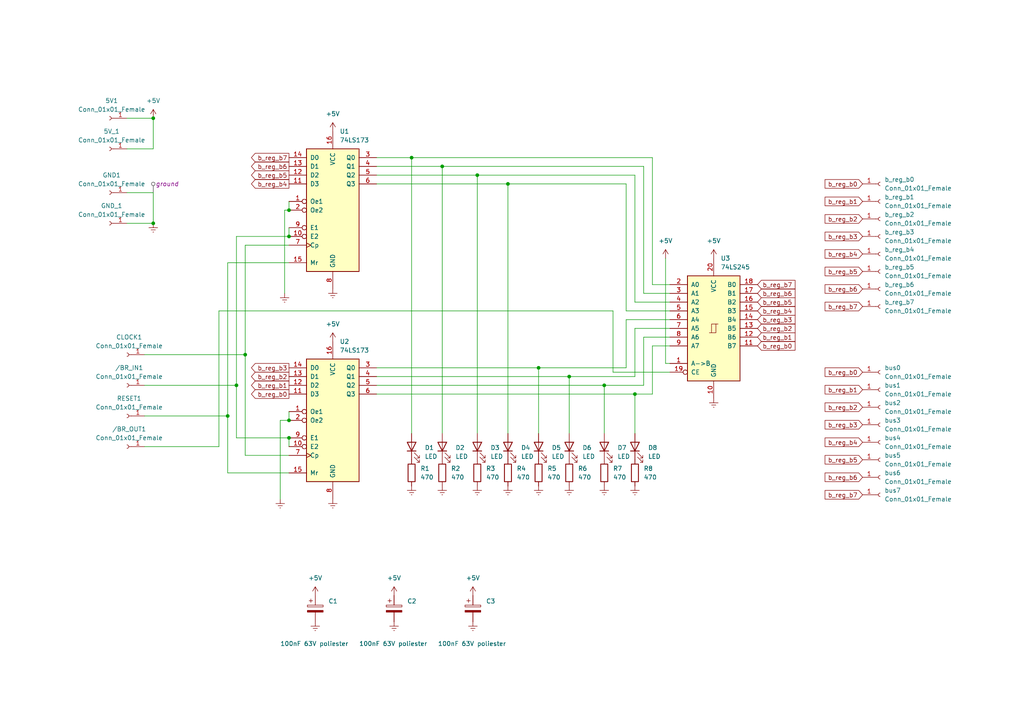
<source format=kicad_sch>
(kicad_sch (version 20230121) (generator eeschema)

  (uuid cba41065-ccb6-4fbc-9b99-f03e13cce85d)

  (paper "A4")

  (title_block
    (title "B Register")
    (date "2023-10-28")
    (company "Márcio José Baldo")
  )

  (lib_symbols
    (symbol "74xx:74LS173" (pin_names (offset 1.016)) (in_bom yes) (on_board yes)
      (property "Reference" "U" (at -7.62 19.05 0)
        (effects (font (size 1.27 1.27)))
      )
      (property "Value" "74LS173" (at -7.62 -19.05 0)
        (effects (font (size 1.27 1.27)))
      )
      (property "Footprint" "" (at 0 0 0)
        (effects (font (size 1.27 1.27)) hide)
      )
      (property "Datasheet" "http://www.ti.com/lit/gpn/sn74LS173" (at 0 0 0)
        (effects (font (size 1.27 1.27)) hide)
      )
      (property "ki_locked" "" (at 0 0 0)
        (effects (font (size 1.27 1.27)))
      )
      (property "ki_keywords" "TTL REG REG4 3State DFF" (at 0 0 0)
        (effects (font (size 1.27 1.27)) hide)
      )
      (property "ki_description" "4-bit D-type Register, 3 state out" (at 0 0 0)
        (effects (font (size 1.27 1.27)) hide)
      )
      (property "ki_fp_filters" "DIP?16*" (at 0 0 0)
        (effects (font (size 1.27 1.27)) hide)
      )
      (symbol "74LS173_1_0"
        (pin input inverted (at -12.7 2.54 0) (length 5.08)
          (name "Oe1" (effects (font (size 1.27 1.27))))
          (number "1" (effects (font (size 1.27 1.27))))
        )
        (pin input inverted (at -12.7 -7.62 0) (length 5.08)
          (name "E2" (effects (font (size 1.27 1.27))))
          (number "10" (effects (font (size 1.27 1.27))))
        )
        (pin input line (at -12.7 7.62 0) (length 5.08)
          (name "D3" (effects (font (size 1.27 1.27))))
          (number "11" (effects (font (size 1.27 1.27))))
        )
        (pin input line (at -12.7 10.16 0) (length 5.08)
          (name "D2" (effects (font (size 1.27 1.27))))
          (number "12" (effects (font (size 1.27 1.27))))
        )
        (pin input line (at -12.7 12.7 0) (length 5.08)
          (name "D1" (effects (font (size 1.27 1.27))))
          (number "13" (effects (font (size 1.27 1.27))))
        )
        (pin input line (at -12.7 15.24 0) (length 5.08)
          (name "D0" (effects (font (size 1.27 1.27))))
          (number "14" (effects (font (size 1.27 1.27))))
        )
        (pin input line (at -12.7 -15.24 0) (length 5.08)
          (name "Mr" (effects (font (size 1.27 1.27))))
          (number "15" (effects (font (size 1.27 1.27))))
        )
        (pin power_in line (at 0 22.86 270) (length 5.08)
          (name "VCC" (effects (font (size 1.27 1.27))))
          (number "16" (effects (font (size 1.27 1.27))))
        )
        (pin input inverted (at -12.7 0 0) (length 5.08)
          (name "Oe2" (effects (font (size 1.27 1.27))))
          (number "2" (effects (font (size 1.27 1.27))))
        )
        (pin tri_state line (at 12.7 15.24 180) (length 5.08)
          (name "Q0" (effects (font (size 1.27 1.27))))
          (number "3" (effects (font (size 1.27 1.27))))
        )
        (pin tri_state line (at 12.7 12.7 180) (length 5.08)
          (name "Q1" (effects (font (size 1.27 1.27))))
          (number "4" (effects (font (size 1.27 1.27))))
        )
        (pin tri_state line (at 12.7 10.16 180) (length 5.08)
          (name "Q2" (effects (font (size 1.27 1.27))))
          (number "5" (effects (font (size 1.27 1.27))))
        )
        (pin tri_state line (at 12.7 7.62 180) (length 5.08)
          (name "Q3" (effects (font (size 1.27 1.27))))
          (number "6" (effects (font (size 1.27 1.27))))
        )
        (pin input clock (at -12.7 -10.16 0) (length 5.08)
          (name "Cp" (effects (font (size 1.27 1.27))))
          (number "7" (effects (font (size 1.27 1.27))))
        )
        (pin power_in line (at 0 -22.86 90) (length 5.08)
          (name "GND" (effects (font (size 1.27 1.27))))
          (number "8" (effects (font (size 1.27 1.27))))
        )
        (pin input inverted (at -12.7 -5.08 0) (length 5.08)
          (name "E1" (effects (font (size 1.27 1.27))))
          (number "9" (effects (font (size 1.27 1.27))))
        )
      )
      (symbol "74LS173_1_1"
        (rectangle (start -7.62 17.78) (end 7.62 -17.78)
          (stroke (width 0.254) (type default))
          (fill (type background))
        )
      )
    )
    (symbol "74xx:74LS245" (pin_names (offset 1.016)) (in_bom yes) (on_board yes)
      (property "Reference" "U" (at -7.62 16.51 0)
        (effects (font (size 1.27 1.27)))
      )
      (property "Value" "74LS245" (at -7.62 -16.51 0)
        (effects (font (size 1.27 1.27)))
      )
      (property "Footprint" "" (at 0 0 0)
        (effects (font (size 1.27 1.27)) hide)
      )
      (property "Datasheet" "http://www.ti.com/lit/gpn/sn74LS245" (at 0 0 0)
        (effects (font (size 1.27 1.27)) hide)
      )
      (property "ki_locked" "" (at 0 0 0)
        (effects (font (size 1.27 1.27)))
      )
      (property "ki_keywords" "TTL BUS 3State" (at 0 0 0)
        (effects (font (size 1.27 1.27)) hide)
      )
      (property "ki_description" "Octal BUS Transceivers, 3-State outputs" (at 0 0 0)
        (effects (font (size 1.27 1.27)) hide)
      )
      (property "ki_fp_filters" "DIP?20*" (at 0 0 0)
        (effects (font (size 1.27 1.27)) hide)
      )
      (symbol "74LS245_1_0"
        (polyline
          (pts
            (xy -0.635 -1.27)
            (xy -0.635 1.27)
            (xy 0.635 1.27)
          )
          (stroke (width 0) (type default))
          (fill (type none))
        )
        (polyline
          (pts
            (xy -1.27 -1.27)
            (xy 0.635 -1.27)
            (xy 0.635 1.27)
            (xy 1.27 1.27)
          )
          (stroke (width 0) (type default))
          (fill (type none))
        )
        (pin input line (at -12.7 -10.16 0) (length 5.08)
          (name "A->B" (effects (font (size 1.27 1.27))))
          (number "1" (effects (font (size 1.27 1.27))))
        )
        (pin power_in line (at 0 -20.32 90) (length 5.08)
          (name "GND" (effects (font (size 1.27 1.27))))
          (number "10" (effects (font (size 1.27 1.27))))
        )
        (pin tri_state line (at 12.7 -5.08 180) (length 5.08)
          (name "B7" (effects (font (size 1.27 1.27))))
          (number "11" (effects (font (size 1.27 1.27))))
        )
        (pin tri_state line (at 12.7 -2.54 180) (length 5.08)
          (name "B6" (effects (font (size 1.27 1.27))))
          (number "12" (effects (font (size 1.27 1.27))))
        )
        (pin tri_state line (at 12.7 0 180) (length 5.08)
          (name "B5" (effects (font (size 1.27 1.27))))
          (number "13" (effects (font (size 1.27 1.27))))
        )
        (pin tri_state line (at 12.7 2.54 180) (length 5.08)
          (name "B4" (effects (font (size 1.27 1.27))))
          (number "14" (effects (font (size 1.27 1.27))))
        )
        (pin tri_state line (at 12.7 5.08 180) (length 5.08)
          (name "B3" (effects (font (size 1.27 1.27))))
          (number "15" (effects (font (size 1.27 1.27))))
        )
        (pin tri_state line (at 12.7 7.62 180) (length 5.08)
          (name "B2" (effects (font (size 1.27 1.27))))
          (number "16" (effects (font (size 1.27 1.27))))
        )
        (pin tri_state line (at 12.7 10.16 180) (length 5.08)
          (name "B1" (effects (font (size 1.27 1.27))))
          (number "17" (effects (font (size 1.27 1.27))))
        )
        (pin tri_state line (at 12.7 12.7 180) (length 5.08)
          (name "B0" (effects (font (size 1.27 1.27))))
          (number "18" (effects (font (size 1.27 1.27))))
        )
        (pin input inverted (at -12.7 -12.7 0) (length 5.08)
          (name "CE" (effects (font (size 1.27 1.27))))
          (number "19" (effects (font (size 1.27 1.27))))
        )
        (pin tri_state line (at -12.7 12.7 0) (length 5.08)
          (name "A0" (effects (font (size 1.27 1.27))))
          (number "2" (effects (font (size 1.27 1.27))))
        )
        (pin power_in line (at 0 20.32 270) (length 5.08)
          (name "VCC" (effects (font (size 1.27 1.27))))
          (number "20" (effects (font (size 1.27 1.27))))
        )
        (pin tri_state line (at -12.7 10.16 0) (length 5.08)
          (name "A1" (effects (font (size 1.27 1.27))))
          (number "3" (effects (font (size 1.27 1.27))))
        )
        (pin tri_state line (at -12.7 7.62 0) (length 5.08)
          (name "A2" (effects (font (size 1.27 1.27))))
          (number "4" (effects (font (size 1.27 1.27))))
        )
        (pin tri_state line (at -12.7 5.08 0) (length 5.08)
          (name "A3" (effects (font (size 1.27 1.27))))
          (number "5" (effects (font (size 1.27 1.27))))
        )
        (pin tri_state line (at -12.7 2.54 0) (length 5.08)
          (name "A4" (effects (font (size 1.27 1.27))))
          (number "6" (effects (font (size 1.27 1.27))))
        )
        (pin tri_state line (at -12.7 0 0) (length 5.08)
          (name "A5" (effects (font (size 1.27 1.27))))
          (number "7" (effects (font (size 1.27 1.27))))
        )
        (pin tri_state line (at -12.7 -2.54 0) (length 5.08)
          (name "A6" (effects (font (size 1.27 1.27))))
          (number "8" (effects (font (size 1.27 1.27))))
        )
        (pin tri_state line (at -12.7 -5.08 0) (length 5.08)
          (name "A7" (effects (font (size 1.27 1.27))))
          (number "9" (effects (font (size 1.27 1.27))))
        )
      )
      (symbol "74LS245_1_1"
        (rectangle (start -7.62 15.24) (end 7.62 -15.24)
          (stroke (width 0.254) (type default))
          (fill (type background))
        )
      )
    )
    (symbol "Connector:Conn_01x01_Female" (pin_names (offset 1.016) hide) (in_bom yes) (on_board yes)
      (property "Reference" "J" (at 0 2.54 0)
        (effects (font (size 1.27 1.27)))
      )
      (property "Value" "Conn_01x01_Female" (at 0 -2.54 0)
        (effects (font (size 1.27 1.27)))
      )
      (property "Footprint" "" (at 0 0 0)
        (effects (font (size 1.27 1.27)) hide)
      )
      (property "Datasheet" "~" (at 0 0 0)
        (effects (font (size 1.27 1.27)) hide)
      )
      (property "ki_keywords" "connector" (at 0 0 0)
        (effects (font (size 1.27 1.27)) hide)
      )
      (property "ki_description" "Generic connector, single row, 01x01, script generated (kicad-library-utils/schlib/autogen/connector/)" (at 0 0 0)
        (effects (font (size 1.27 1.27)) hide)
      )
      (property "ki_fp_filters" "Connector*:*" (at 0 0 0)
        (effects (font (size 1.27 1.27)) hide)
      )
      (symbol "Conn_01x01_Female_1_1"
        (polyline
          (pts
            (xy -1.27 0)
            (xy -0.508 0)
          )
          (stroke (width 0.1524) (type default))
          (fill (type none))
        )
        (arc (start 0 0.508) (mid -0.5058 0) (end 0 -0.508)
          (stroke (width 0.1524) (type default))
          (fill (type none))
        )
        (pin passive line (at -5.08 0 0) (length 3.81)
          (name "Pin_1" (effects (font (size 1.27 1.27))))
          (number "1" (effects (font (size 1.27 1.27))))
        )
      )
    )
    (symbol "Device:C_Polarized" (pin_numbers hide) (pin_names (offset 0.254)) (in_bom yes) (on_board yes)
      (property "Reference" "C" (at 0.635 2.54 0)
        (effects (font (size 1.27 1.27)) (justify left))
      )
      (property "Value" "C_Polarized" (at 0.635 -2.54 0)
        (effects (font (size 1.27 1.27)) (justify left))
      )
      (property "Footprint" "" (at 0.9652 -3.81 0)
        (effects (font (size 1.27 1.27)) hide)
      )
      (property "Datasheet" "~" (at 0 0 0)
        (effects (font (size 1.27 1.27)) hide)
      )
      (property "ki_keywords" "cap capacitor" (at 0 0 0)
        (effects (font (size 1.27 1.27)) hide)
      )
      (property "ki_description" "Polarized capacitor" (at 0 0 0)
        (effects (font (size 1.27 1.27)) hide)
      )
      (property "ki_fp_filters" "CP_*" (at 0 0 0)
        (effects (font (size 1.27 1.27)) hide)
      )
      (symbol "C_Polarized_0_1"
        (rectangle (start -2.286 0.508) (end 2.286 1.016)
          (stroke (width 0) (type default))
          (fill (type none))
        )
        (polyline
          (pts
            (xy -1.778 2.286)
            (xy -0.762 2.286)
          )
          (stroke (width 0) (type default))
          (fill (type none))
        )
        (polyline
          (pts
            (xy -1.27 2.794)
            (xy -1.27 1.778)
          )
          (stroke (width 0) (type default))
          (fill (type none))
        )
        (rectangle (start 2.286 -0.508) (end -2.286 -1.016)
          (stroke (width 0) (type default))
          (fill (type outline))
        )
      )
      (symbol "C_Polarized_1_1"
        (pin passive line (at 0 3.81 270) (length 2.794)
          (name "~" (effects (font (size 1.27 1.27))))
          (number "1" (effects (font (size 1.27 1.27))))
        )
        (pin passive line (at 0 -3.81 90) (length 2.794)
          (name "~" (effects (font (size 1.27 1.27))))
          (number "2" (effects (font (size 1.27 1.27))))
        )
      )
    )
    (symbol "Device:LED" (pin_numbers hide) (pin_names (offset 1.016) hide) (in_bom yes) (on_board yes)
      (property "Reference" "D" (at 0 2.54 0)
        (effects (font (size 1.27 1.27)))
      )
      (property "Value" "LED" (at 0 -2.54 0)
        (effects (font (size 1.27 1.27)))
      )
      (property "Footprint" "" (at 0 0 0)
        (effects (font (size 1.27 1.27)) hide)
      )
      (property "Datasheet" "~" (at 0 0 0)
        (effects (font (size 1.27 1.27)) hide)
      )
      (property "ki_keywords" "LED diode" (at 0 0 0)
        (effects (font (size 1.27 1.27)) hide)
      )
      (property "ki_description" "Light emitting diode" (at 0 0 0)
        (effects (font (size 1.27 1.27)) hide)
      )
      (property "ki_fp_filters" "LED* LED_SMD:* LED_THT:*" (at 0 0 0)
        (effects (font (size 1.27 1.27)) hide)
      )
      (symbol "LED_0_1"
        (polyline
          (pts
            (xy -1.27 -1.27)
            (xy -1.27 1.27)
          )
          (stroke (width 0.254) (type default))
          (fill (type none))
        )
        (polyline
          (pts
            (xy -1.27 0)
            (xy 1.27 0)
          )
          (stroke (width 0) (type default))
          (fill (type none))
        )
        (polyline
          (pts
            (xy 1.27 -1.27)
            (xy 1.27 1.27)
            (xy -1.27 0)
            (xy 1.27 -1.27)
          )
          (stroke (width 0.254) (type default))
          (fill (type none))
        )
        (polyline
          (pts
            (xy -3.048 -0.762)
            (xy -4.572 -2.286)
            (xy -3.81 -2.286)
            (xy -4.572 -2.286)
            (xy -4.572 -1.524)
          )
          (stroke (width 0) (type default))
          (fill (type none))
        )
        (polyline
          (pts
            (xy -1.778 -0.762)
            (xy -3.302 -2.286)
            (xy -2.54 -2.286)
            (xy -3.302 -2.286)
            (xy -3.302 -1.524)
          )
          (stroke (width 0) (type default))
          (fill (type none))
        )
      )
      (symbol "LED_1_1"
        (pin passive line (at -3.81 0 0) (length 2.54)
          (name "K" (effects (font (size 1.27 1.27))))
          (number "1" (effects (font (size 1.27 1.27))))
        )
        (pin passive line (at 3.81 0 180) (length 2.54)
          (name "A" (effects (font (size 1.27 1.27))))
          (number "2" (effects (font (size 1.27 1.27))))
        )
      )
    )
    (symbol "Device:R" (pin_numbers hide) (pin_names (offset 0)) (in_bom yes) (on_board yes)
      (property "Reference" "R" (at 2.032 0 90)
        (effects (font (size 1.27 1.27)))
      )
      (property "Value" "R" (at 0 0 90)
        (effects (font (size 1.27 1.27)))
      )
      (property "Footprint" "" (at -1.778 0 90)
        (effects (font (size 1.27 1.27)) hide)
      )
      (property "Datasheet" "~" (at 0 0 0)
        (effects (font (size 1.27 1.27)) hide)
      )
      (property "ki_keywords" "R res resistor" (at 0 0 0)
        (effects (font (size 1.27 1.27)) hide)
      )
      (property "ki_description" "Resistor" (at 0 0 0)
        (effects (font (size 1.27 1.27)) hide)
      )
      (property "ki_fp_filters" "R_*" (at 0 0 0)
        (effects (font (size 1.27 1.27)) hide)
      )
      (symbol "R_0_1"
        (rectangle (start -1.016 -2.54) (end 1.016 2.54)
          (stroke (width 0.254) (type default))
          (fill (type none))
        )
      )
      (symbol "R_1_1"
        (pin passive line (at 0 3.81 270) (length 1.27)
          (name "~" (effects (font (size 1.27 1.27))))
          (number "1" (effects (font (size 1.27 1.27))))
        )
        (pin passive line (at 0 -3.81 90) (length 1.27)
          (name "~" (effects (font (size 1.27 1.27))))
          (number "2" (effects (font (size 1.27 1.27))))
        )
      )
    )
    (symbol "power:+5V" (power) (pin_names (offset 0)) (in_bom yes) (on_board yes)
      (property "Reference" "#PWR" (at 0 -3.81 0)
        (effects (font (size 1.27 1.27)) hide)
      )
      (property "Value" "+5V" (at 0 3.556 0)
        (effects (font (size 1.27 1.27)))
      )
      (property "Footprint" "" (at 0 0 0)
        (effects (font (size 1.27 1.27)) hide)
      )
      (property "Datasheet" "" (at 0 0 0)
        (effects (font (size 1.27 1.27)) hide)
      )
      (property "ki_keywords" "power-flag" (at 0 0 0)
        (effects (font (size 1.27 1.27)) hide)
      )
      (property "ki_description" "Power symbol creates a global label with name \"+5V\"" (at 0 0 0)
        (effects (font (size 1.27 1.27)) hide)
      )
      (symbol "+5V_0_1"
        (polyline
          (pts
            (xy -0.762 1.27)
            (xy 0 2.54)
          )
          (stroke (width 0) (type default))
          (fill (type none))
        )
        (polyline
          (pts
            (xy 0 0)
            (xy 0 2.54)
          )
          (stroke (width 0) (type default))
          (fill (type none))
        )
        (polyline
          (pts
            (xy 0 2.54)
            (xy 0.762 1.27)
          )
          (stroke (width 0) (type default))
          (fill (type none))
        )
      )
      (symbol "+5V_1_1"
        (pin power_in line (at 0 0 90) (length 0) hide
          (name "+5V" (effects (font (size 1.27 1.27))))
          (number "1" (effects (font (size 1.27 1.27))))
        )
      )
    )
    (symbol "power:Earth" (power) (pin_names (offset 0)) (in_bom yes) (on_board yes)
      (property "Reference" "#PWR" (at 0 -6.35 0)
        (effects (font (size 1.27 1.27)) hide)
      )
      (property "Value" "Earth" (at 0 -3.81 0)
        (effects (font (size 1.27 1.27)) hide)
      )
      (property "Footprint" "" (at 0 0 0)
        (effects (font (size 1.27 1.27)) hide)
      )
      (property "Datasheet" "~" (at 0 0 0)
        (effects (font (size 1.27 1.27)) hide)
      )
      (property "ki_keywords" "power-flag ground gnd" (at 0 0 0)
        (effects (font (size 1.27 1.27)) hide)
      )
      (property "ki_description" "Power symbol creates a global label with name \"Earth\"" (at 0 0 0)
        (effects (font (size 1.27 1.27)) hide)
      )
      (symbol "Earth_0_1"
        (polyline
          (pts
            (xy -0.635 -1.905)
            (xy 0.635 -1.905)
          )
          (stroke (width 0) (type default))
          (fill (type none))
        )
        (polyline
          (pts
            (xy -0.127 -2.54)
            (xy 0.127 -2.54)
          )
          (stroke (width 0) (type default))
          (fill (type none))
        )
        (polyline
          (pts
            (xy 0 -1.27)
            (xy 0 0)
          )
          (stroke (width 0) (type default))
          (fill (type none))
        )
        (polyline
          (pts
            (xy 1.27 -1.27)
            (xy -1.27 -1.27)
          )
          (stroke (width 0) (type default))
          (fill (type none))
        )
      )
      (symbol "Earth_1_1"
        (pin power_in line (at 0 0 270) (length 0) hide
          (name "Earth" (effects (font (size 1.27 1.27))))
          (number "1" (effects (font (size 1.27 1.27))))
        )
      )
    )
  )

  (junction (at 147.32 53.34) (diameter 0) (color 0 0 0 0)
    (uuid 328e5743-8490-4317-9c5e-b15587195b33)
  )
  (junction (at 175.26 111.76) (diameter 0) (color 0 0 0 0)
    (uuid 339d94ba-3124-4e94-a78d-fe485971f79c)
  )
  (junction (at 68.58 111.76) (diameter 0) (color 0 0 0 0)
    (uuid 38d33b55-5c0a-4552-a721-d8a9848cd815)
  )
  (junction (at 83.82 121.92) (diameter 0) (color 0 0 0 0)
    (uuid 3e539379-3ac0-4f25-99c7-8c3339ca9974)
  )
  (junction (at 184.15 114.3) (diameter 0) (color 0 0 0 0)
    (uuid 404451d6-9187-4908-aa60-30247feeaa00)
  )
  (junction (at 83.82 68.58) (diameter 0) (color 0 0 0 0)
    (uuid 56d2c785-50cd-459b-8903-9d3d49a44c81)
  )
  (junction (at 83.82 60.96) (diameter 0) (color 0 0 0 0)
    (uuid 67f95e04-6f52-4ebd-9821-7ed6b4274f09)
  )
  (junction (at 138.43 50.8) (diameter 0) (color 0 0 0 0)
    (uuid 6a2312bc-15e2-4411-93a8-cb9ab833c550)
  )
  (junction (at 44.45 34.29) (diameter 0) (color 0 0 0 0)
    (uuid 7a7b0d3b-a897-4e57-af4b-293c03b02c59)
  )
  (junction (at 71.12 102.87) (diameter 0) (color 0 0 0 0)
    (uuid 960e0aee-9e8c-4413-9b6e-844fb8549338)
  )
  (junction (at 165.1 109.22) (diameter 0) (color 0 0 0 0)
    (uuid 9a85b858-0d4c-43e0-9059-73ee3ab89132)
  )
  (junction (at 156.21 106.68) (diameter 0) (color 0 0 0 0)
    (uuid a4630f95-bcd4-4c18-9542-4f3a487ed3a8)
  )
  (junction (at 119.38 45.72) (diameter 0) (color 0 0 0 0)
    (uuid a4a08179-b801-4e06-8984-6cc25b400729)
  )
  (junction (at 44.45 64.77) (diameter 0) (color 0 0 0 0)
    (uuid ade2a8d5-f4b4-42a2-9973-5d0918b642f5)
  )
  (junction (at 66.04 120.65) (diameter 0) (color 0 0 0 0)
    (uuid d0ce4f34-d90d-4a71-95da-90ee9f446af0)
  )
  (junction (at 128.27 48.26) (diameter 0) (color 0 0 0 0)
    (uuid da958df2-9205-476f-a904-935e56f34f42)
  )
  (junction (at 83.82 127) (diameter 0) (color 0 0 0 0)
    (uuid e2e3df7e-31d5-4ea0-907d-8566ec9dc0f6)
  )

  (wire (pts (xy 181.61 92.71) (xy 194.31 92.71))
    (stroke (width 0) (type default))
    (uuid 0367632f-688c-48df-ae03-b37688869603)
  )
  (wire (pts (xy 71.12 132.08) (xy 83.82 132.08))
    (stroke (width 0) (type default))
    (uuid 0838ffb9-55a1-405a-a8e1-5a3b434dd4ef)
  )
  (wire (pts (xy 109.22 53.34) (xy 147.32 53.34))
    (stroke (width 0) (type default))
    (uuid 0c04bbf5-6675-46a4-b503-310a3bdc9fab)
  )
  (wire (pts (xy 71.12 102.87) (xy 71.12 132.08))
    (stroke (width 0) (type default))
    (uuid 0c63d979-3023-460e-9bc5-45514873f0a4)
  )
  (wire (pts (xy 109.22 111.76) (xy 175.26 111.76))
    (stroke (width 0) (type default))
    (uuid 0c9027e5-3713-4f67-9bb4-3cbe3e1374e2)
  )
  (wire (pts (xy 41.91 102.87) (xy 71.12 102.87))
    (stroke (width 0) (type default))
    (uuid 0d151cd0-e7d3-4e0f-99c9-d240ca26b3a6)
  )
  (wire (pts (xy 165.1 109.22) (xy 184.15 109.22))
    (stroke (width 0) (type default))
    (uuid 162f165d-94be-444f-8243-10cdfb9e7a9d)
  )
  (wire (pts (xy 68.58 68.58) (xy 68.58 111.76))
    (stroke (width 0) (type default))
    (uuid 1c1823d4-6d06-48f2-869b-266d1b58832c)
  )
  (wire (pts (xy 44.45 43.18) (xy 44.45 34.29))
    (stroke (width 0) (type default))
    (uuid 1eff1c69-c09a-4ee5-8bba-2c8a33c86e9d)
  )
  (wire (pts (xy 186.69 97.79) (xy 194.31 97.79))
    (stroke (width 0) (type default))
    (uuid 20d0b5fe-b977-4846-9fbc-903aee15a8b8)
  )
  (wire (pts (xy 138.43 50.8) (xy 184.15 50.8))
    (stroke (width 0) (type default))
    (uuid 2548cea8-2c01-47c0-a33e-360996c5fa1b)
  )
  (wire (pts (xy 68.58 111.76) (xy 68.58 127))
    (stroke (width 0) (type default))
    (uuid 2599de47-a06e-486e-b01e-51de4502046a)
  )
  (wire (pts (xy 83.82 68.58) (xy 68.58 68.58))
    (stroke (width 0) (type default))
    (uuid 270b8bca-2111-4b33-8678-6d9d9716847e)
  )
  (wire (pts (xy 71.12 71.12) (xy 71.12 102.87))
    (stroke (width 0) (type default))
    (uuid 29101b1b-7570-4634-b5c4-554580ad7a45)
  )
  (wire (pts (xy 109.22 109.22) (xy 165.1 109.22))
    (stroke (width 0) (type default))
    (uuid 29294818-2339-4a16-a2da-5c51cd46b8c2)
  )
  (wire (pts (xy 184.15 125.73) (xy 184.15 114.3))
    (stroke (width 0) (type default))
    (uuid 2b693197-8d5e-42ca-842e-efff467305c6)
  )
  (wire (pts (xy 184.15 50.8) (xy 184.15 87.63))
    (stroke (width 0) (type default))
    (uuid 32911c6d-1838-424b-9a0d-416ca3d4773a)
  )
  (wire (pts (xy 128.27 48.26) (xy 186.69 48.26))
    (stroke (width 0) (type default))
    (uuid 32fa526b-b85c-4814-b78c-fbdebea55ed0)
  )
  (wire (pts (xy 175.26 111.76) (xy 186.69 111.76))
    (stroke (width 0) (type default))
    (uuid 38ef8fd4-7a6e-4f43-b67d-ff76d39fa6bb)
  )
  (wire (pts (xy 36.83 34.29) (xy 44.45 34.29))
    (stroke (width 0) (type default))
    (uuid 44646582-96f7-4a5f-bd81-671c3e71bded)
  )
  (wire (pts (xy 83.82 60.96) (xy 82.55 60.96))
    (stroke (width 0) (type default))
    (uuid 457badb0-4fbf-4497-b059-cec8893a9dcf)
  )
  (wire (pts (xy 194.31 107.95) (xy 177.8 107.95))
    (stroke (width 0) (type default))
    (uuid 46014eff-b7e2-4463-b438-ae5665c166a8)
  )
  (wire (pts (xy 66.04 137.16) (xy 83.82 137.16))
    (stroke (width 0) (type default))
    (uuid 4b4cfb04-0d46-4922-998c-6e00efa4c61c)
  )
  (wire (pts (xy 83.82 119.38) (xy 83.82 121.92))
    (stroke (width 0) (type default))
    (uuid 4c25e26a-7780-4a0c-8fe6-d4d8123f57db)
  )
  (wire (pts (xy 83.82 66.04) (xy 83.82 68.58))
    (stroke (width 0) (type default))
    (uuid 4cdcc2a8-b3a6-477d-a14b-ffc4b92a0afd)
  )
  (wire (pts (xy 156.21 106.68) (xy 181.61 106.68))
    (stroke (width 0) (type default))
    (uuid 4d5acdd6-f6de-4030-9183-b2231b83c39d)
  )
  (wire (pts (xy 63.5 90.17) (xy 63.5 129.54))
    (stroke (width 0) (type default))
    (uuid 502f86ad-5bca-4cba-b834-909e547c50fe)
  )
  (wire (pts (xy 41.91 111.76) (xy 68.58 111.76))
    (stroke (width 0) (type default))
    (uuid 564096f6-a7ca-489e-89bc-629068d45e97)
  )
  (wire (pts (xy 119.38 125.73) (xy 119.38 45.72))
    (stroke (width 0) (type default))
    (uuid 611594dd-b8b8-4b2b-9c53-6be6dc715c69)
  )
  (wire (pts (xy 81.28 144.78) (xy 81.28 121.92))
    (stroke (width 0) (type default))
    (uuid 614c9876-6cf9-4976-b8ec-d893d888d070)
  )
  (wire (pts (xy 109.22 45.72) (xy 119.38 45.72))
    (stroke (width 0) (type default))
    (uuid 616ef6eb-7330-4dd2-91e5-b28f87758f15)
  )
  (wire (pts (xy 36.83 64.77) (xy 44.45 64.77))
    (stroke (width 0) (type default))
    (uuid 660e24dc-c791-4850-a244-8ab9e3bf268e)
  )
  (wire (pts (xy 82.55 60.96) (xy 82.55 85.09))
    (stroke (width 0) (type default))
    (uuid 6e623d9e-cc4b-48bd-99cb-f65edde10434)
  )
  (wire (pts (xy 119.38 45.72) (xy 189.23 45.72))
    (stroke (width 0) (type default))
    (uuid 6f44977b-7aa0-4262-8ce7-3e7dc5f0cda8)
  )
  (wire (pts (xy 68.58 127) (xy 83.82 127))
    (stroke (width 0) (type default))
    (uuid 717d29d6-a5f9-4dc4-95ae-34d954f32512)
  )
  (wire (pts (xy 184.15 114.3) (xy 189.23 114.3))
    (stroke (width 0) (type default))
    (uuid 72c7e38c-0e94-41b6-a031-407006e1c4dd)
  )
  (wire (pts (xy 36.83 55.88) (xy 44.45 55.88))
    (stroke (width 0) (type default))
    (uuid 7fa296a2-a20a-4802-b43d-d53c96bc7112)
  )
  (wire (pts (xy 186.69 48.26) (xy 186.69 85.09))
    (stroke (width 0) (type default))
    (uuid 80395e78-5035-48ca-a114-2f29a8a2b470)
  )
  (wire (pts (xy 147.32 53.34) (xy 147.32 125.73))
    (stroke (width 0) (type default))
    (uuid 89264e6d-b417-4a01-b82a-a3d16de62a5c)
  )
  (wire (pts (xy 83.82 76.2) (xy 66.04 76.2))
    (stroke (width 0) (type default))
    (uuid 8c9ca639-ffbd-4d5d-87ce-2aa0c763e014)
  )
  (wire (pts (xy 189.23 114.3) (xy 189.23 100.33))
    (stroke (width 0) (type default))
    (uuid 90c798e3-9270-4242-a410-a3901a5c1c82)
  )
  (wire (pts (xy 109.22 114.3) (xy 184.15 114.3))
    (stroke (width 0) (type default))
    (uuid 9173399f-d74d-4722-bf73-84c23f2e307f)
  )
  (wire (pts (xy 189.23 82.55) (xy 194.31 82.55))
    (stroke (width 0) (type default))
    (uuid 932bb176-6799-42bf-b411-26b320c28dcb)
  )
  (wire (pts (xy 147.32 53.34) (xy 181.61 53.34))
    (stroke (width 0) (type default))
    (uuid 98cd6fc2-b991-4ed7-ae27-287d65323100)
  )
  (wire (pts (xy 83.82 71.12) (xy 71.12 71.12))
    (stroke (width 0) (type default))
    (uuid 98eec8c4-bad4-4e19-b199-c0605bd7ed1c)
  )
  (wire (pts (xy 128.27 48.26) (xy 128.27 125.73))
    (stroke (width 0) (type default))
    (uuid 9af1936f-cbf8-417a-8b29-eb371650e700)
  )
  (wire (pts (xy 63.5 129.54) (xy 41.91 129.54))
    (stroke (width 0) (type default))
    (uuid 9d7a4d5b-4645-40df-9d8a-756cbf262064)
  )
  (wire (pts (xy 184.15 95.25) (xy 194.31 95.25))
    (stroke (width 0) (type default))
    (uuid a61699a5-b5d2-453e-bf14-6dd253e04086)
  )
  (wire (pts (xy 165.1 125.73) (xy 165.1 109.22))
    (stroke (width 0) (type default))
    (uuid a6184a00-a5ab-4c26-81c8-4827377c64f1)
  )
  (wire (pts (xy 193.04 105.41) (xy 193.04 74.93))
    (stroke (width 0) (type default))
    (uuid a8144edb-072a-43bb-ba34-35631cec4c5b)
  )
  (wire (pts (xy 189.23 100.33) (xy 194.31 100.33))
    (stroke (width 0) (type default))
    (uuid b37fbab0-bba9-4924-8713-25931fd56216)
  )
  (wire (pts (xy 181.61 106.68) (xy 181.61 92.71))
    (stroke (width 0) (type default))
    (uuid b975d53e-3ed6-493a-8c09-53cdcdfa144a)
  )
  (wire (pts (xy 83.82 58.42) (xy 83.82 60.96))
    (stroke (width 0) (type default))
    (uuid b9eaf100-d0dc-4451-9530-16a94acc76eb)
  )
  (wire (pts (xy 184.15 87.63) (xy 194.31 87.63))
    (stroke (width 0) (type default))
    (uuid bedd8431-4378-4a6c-b7f0-47a71006eb14)
  )
  (wire (pts (xy 181.61 90.17) (xy 194.31 90.17))
    (stroke (width 0) (type default))
    (uuid c5aa15ab-f878-4eb7-9bda-86580a31fc65)
  )
  (wire (pts (xy 184.15 109.22) (xy 184.15 95.25))
    (stroke (width 0) (type default))
    (uuid c81cf936-91af-4427-94a6-93e5c96b3bd7)
  )
  (wire (pts (xy 177.8 107.95) (xy 177.8 90.17))
    (stroke (width 0) (type default))
    (uuid cd00d8cd-b2ae-4d8d-9f4a-4931d9393da0)
  )
  (wire (pts (xy 138.43 50.8) (xy 138.43 125.73))
    (stroke (width 0) (type default))
    (uuid cd7824a9-9581-4d42-b5a7-0691a72a129b)
  )
  (wire (pts (xy 109.22 50.8) (xy 138.43 50.8))
    (stroke (width 0) (type default))
    (uuid d38afb0c-2d85-4ee4-9e3c-902921b3ee68)
  )
  (wire (pts (xy 175.26 111.76) (xy 175.26 125.73))
    (stroke (width 0) (type default))
    (uuid d4a84409-014a-43ed-8121-06c6f6e21646)
  )
  (wire (pts (xy 186.69 85.09) (xy 194.31 85.09))
    (stroke (width 0) (type default))
    (uuid d50efb9a-56eb-4e2c-b0a4-1afa45c1bb01)
  )
  (wire (pts (xy 189.23 45.72) (xy 189.23 82.55))
    (stroke (width 0) (type default))
    (uuid d5da614e-91a4-422c-8356-a36844bc39b9)
  )
  (wire (pts (xy 66.04 76.2) (xy 66.04 120.65))
    (stroke (width 0) (type default))
    (uuid d78a2182-9628-4370-a4b5-c6c81a590f1e)
  )
  (wire (pts (xy 186.69 111.76) (xy 186.69 97.79))
    (stroke (width 0) (type default))
    (uuid d92767d1-19a0-4216-8cc5-d9d69646fef2)
  )
  (wire (pts (xy 109.22 106.68) (xy 156.21 106.68))
    (stroke (width 0) (type default))
    (uuid dc431381-c5e0-4d2b-b8a8-2c726059e550)
  )
  (wire (pts (xy 81.28 121.92) (xy 83.82 121.92))
    (stroke (width 0) (type default))
    (uuid e1de6412-067e-4f35-8f18-f21fda189864)
  )
  (wire (pts (xy 177.8 90.17) (xy 63.5 90.17))
    (stroke (width 0) (type default))
    (uuid e20dec43-4c2e-46f0-82f1-71cfb95268c7)
  )
  (wire (pts (xy 36.83 43.18) (xy 44.45 43.18))
    (stroke (width 0) (type default))
    (uuid e41a3917-9b32-4602-9d4a-792fb78c0b80)
  )
  (wire (pts (xy 109.22 48.26) (xy 128.27 48.26))
    (stroke (width 0) (type default))
    (uuid e95809a3-9b1d-43ee-908e-ab89d4bf6f51)
  )
  (wire (pts (xy 83.82 127) (xy 83.82 129.54))
    (stroke (width 0) (type default))
    (uuid f20e4965-e080-41c3-b6fc-1804e237dd80)
  )
  (wire (pts (xy 41.91 120.65) (xy 66.04 120.65))
    (stroke (width 0) (type default))
    (uuid f2372cc4-6596-4679-94d9-be59f07fab8b)
  )
  (wire (pts (xy 194.31 105.41) (xy 193.04 105.41))
    (stroke (width 0) (type default))
    (uuid f355662e-3a41-4782-8e6a-ce7fee2d60c9)
  )
  (wire (pts (xy 156.21 125.73) (xy 156.21 106.68))
    (stroke (width 0) (type default))
    (uuid f8c53572-1b40-455f-9c0a-cac3ddfbf446)
  )
  (wire (pts (xy 44.45 55.88) (xy 44.45 64.77))
    (stroke (width 0) (type default))
    (uuid f9fb14da-93ea-48e0-9bab-15f22c87a549)
  )
  (wire (pts (xy 181.61 53.34) (xy 181.61 90.17))
    (stroke (width 0) (type default))
    (uuid fed5121d-905c-413a-96b3-7658de337702)
  )
  (wire (pts (xy 66.04 120.65) (xy 66.04 137.16))
    (stroke (width 0) (type default))
    (uuid ff24f9c0-8c46-451f-a5a7-4092762d8419)
  )

  (global_label "b_reg_b2" (shape input) (at 219.71 95.25 0) (fields_autoplaced)
    (effects (font (size 1.27 1.27)) (justify left))
    (uuid 05154608-ecbf-4384-9f5c-2c765e3fb73e)
    (property "Intersheetrefs" "${INTERSHEET_REFS}" (at 231.1617 95.25 0)
      (effects (font (size 1.27 1.27)) (justify left) hide)
    )
  )
  (global_label "b_reg_b0" (shape input) (at 250.19 107.95 180) (fields_autoplaced)
    (effects (font (size 1.27 1.27)) (justify right))
    (uuid 064e7d47-5f31-4b77-9ca7-4020d96e7ab3)
    (property "Intersheetrefs" "${INTERSHEET_REFS}" (at 238.7383 107.95 0)
      (effects (font (size 1.27 1.27)) (justify right) hide)
    )
  )
  (global_label "b_reg_b0" (shape input) (at 250.19 53.34 180) (fields_autoplaced)
    (effects (font (size 1.27 1.27)) (justify right))
    (uuid 06688bdf-0f10-478a-a572-d015779cb410)
    (property "Intersheetrefs" "${INTERSHEET_REFS}" (at 238.7383 53.34 0)
      (effects (font (size 1.27 1.27)) (justify right) hide)
    )
  )
  (global_label "b_reg_b1" (shape input) (at 219.71 97.79 0) (fields_autoplaced)
    (effects (font (size 1.27 1.27)) (justify left))
    (uuid 11a4cd3d-e108-4f5e-a9a8-f0225cefc49d)
    (property "Intersheetrefs" "${INTERSHEET_REFS}" (at 231.1617 97.79 0)
      (effects (font (size 1.27 1.27)) (justify left) hide)
    )
  )
  (global_label "b_reg_b3" (shape input) (at 219.71 92.71 0) (fields_autoplaced)
    (effects (font (size 1.27 1.27)) (justify left))
    (uuid 316bc48d-0d37-4ce6-9380-55db8e18c1b4)
    (property "Intersheetrefs" "${INTERSHEET_REFS}" (at 231.1617 92.71 0)
      (effects (font (size 1.27 1.27)) (justify left) hide)
    )
  )
  (global_label "b_reg_b7" (shape input) (at 250.19 88.9 180) (fields_autoplaced)
    (effects (font (size 1.27 1.27)) (justify right))
    (uuid 49862fa4-921c-4239-b01f-40dae424713f)
    (property "Intersheetrefs" "${INTERSHEET_REFS}" (at 238.7383 88.9 0)
      (effects (font (size 1.27 1.27)) (justify right) hide)
    )
  )
  (global_label "b_reg_b7" (shape output) (at 83.82 45.72 180) (fields_autoplaced)
    (effects (font (size 1.27 1.27)) (justify right))
    (uuid 61232030-2da1-4f40-8ecc-14846159a99c)
    (property "Intersheetrefs" "${INTERSHEET_REFS}" (at 72.3683 45.72 0)
      (effects (font (size 1.27 1.27)) (justify right) hide)
    )
  )
  (global_label "b_reg_b3" (shape input) (at 250.19 123.19 180) (fields_autoplaced)
    (effects (font (size 1.27 1.27)) (justify right))
    (uuid 66d11b8a-1b93-4f1f-9a90-57b7c62d038f)
    (property "Intersheetrefs" "${INTERSHEET_REFS}" (at 238.7383 123.19 0)
      (effects (font (size 1.27 1.27)) (justify right) hide)
    )
  )
  (global_label "b_reg_b2" (shape input) (at 250.19 118.11 180) (fields_autoplaced)
    (effects (font (size 1.27 1.27)) (justify right))
    (uuid 67c1712c-facf-420f-aec2-61ece7d77f6e)
    (property "Intersheetrefs" "${INTERSHEET_REFS}" (at 238.7383 118.11 0)
      (effects (font (size 1.27 1.27)) (justify right) hide)
    )
  )
  (global_label "b_reg_b0" (shape input) (at 219.71 100.33 0) (fields_autoplaced)
    (effects (font (size 1.27 1.27)) (justify left))
    (uuid 6f928320-a9b9-4c73-a605-0f859829c5e3)
    (property "Intersheetrefs" "${INTERSHEET_REFS}" (at 231.1617 100.33 0)
      (effects (font (size 1.27 1.27)) (justify left) hide)
    )
  )
  (global_label "b_reg_b3" (shape output) (at 83.82 106.68 180) (fields_autoplaced)
    (effects (font (size 1.27 1.27)) (justify right))
    (uuid 71ed92da-4d3b-473e-afb0-613f28eeaa71)
    (property "Intersheetrefs" "${INTERSHEET_REFS}" (at 72.3683 106.68 0)
      (effects (font (size 1.27 1.27)) (justify right) hide)
    )
  )
  (global_label "b_reg_b1" (shape output) (at 83.82 111.76 180) (fields_autoplaced)
    (effects (font (size 1.27 1.27)) (justify right))
    (uuid 7f53b4d0-519d-4968-8db5-6e04bb22338b)
    (property "Intersheetrefs" "${INTERSHEET_REFS}" (at 72.3683 111.76 0)
      (effects (font (size 1.27 1.27)) (justify right) hide)
    )
  )
  (global_label "b_reg_b6" (shape output) (at 83.82 48.26 180) (fields_autoplaced)
    (effects (font (size 1.27 1.27)) (justify right))
    (uuid 89d86086-a288-4efd-90bb-389bf26daa5c)
    (property "Intersheetrefs" "${INTERSHEET_REFS}" (at 72.3683 48.26 0)
      (effects (font (size 1.27 1.27)) (justify right) hide)
    )
  )
  (global_label "b_reg_b0" (shape output) (at 83.82 114.3 180) (fields_autoplaced)
    (effects (font (size 1.27 1.27)) (justify right))
    (uuid 8f1d03e0-69d0-4829-b42a-c991d13b7db1)
    (property "Intersheetrefs" "${INTERSHEET_REFS}" (at 72.3683 114.3 0)
      (effects (font (size 1.27 1.27)) (justify right) hide)
    )
  )
  (global_label "b_reg_b5" (shape input) (at 219.71 87.63 0) (fields_autoplaced)
    (effects (font (size 1.27 1.27)) (justify left))
    (uuid 99df3f42-749c-46f8-b684-c22d84fdd4d3)
    (property "Intersheetrefs" "${INTERSHEET_REFS}" (at 231.1617 87.63 0)
      (effects (font (size 1.27 1.27)) (justify left) hide)
    )
  )
  (global_label "b_reg_b1" (shape input) (at 250.19 113.03 180) (fields_autoplaced)
    (effects (font (size 1.27 1.27)) (justify right))
    (uuid a5fdf4e4-eae5-4057-ae4b-658762a947d1)
    (property "Intersheetrefs" "${INTERSHEET_REFS}" (at 238.7383 113.03 0)
      (effects (font (size 1.27 1.27)) (justify right) hide)
    )
  )
  (global_label "b_reg_b5" (shape input) (at 250.19 78.74 180) (fields_autoplaced)
    (effects (font (size 1.27 1.27)) (justify right))
    (uuid a9b9b934-48e0-4bd7-8c5d-49d899491e13)
    (property "Intersheetrefs" "${INTERSHEET_REFS}" (at 238.7383 78.74 0)
      (effects (font (size 1.27 1.27)) (justify right) hide)
    )
  )
  (global_label "b_reg_b5" (shape output) (at 83.82 50.8 180) (fields_autoplaced)
    (effects (font (size 1.27 1.27)) (justify right))
    (uuid ab083684-229e-4c5f-bd96-2787bae82a2c)
    (property "Intersheetrefs" "${INTERSHEET_REFS}" (at 72.3683 50.8 0)
      (effects (font (size 1.27 1.27)) (justify right) hide)
    )
  )
  (global_label "b_reg_b4" (shape input) (at 250.19 73.66 180) (fields_autoplaced)
    (effects (font (size 1.27 1.27)) (justify right))
    (uuid b5285b95-0499-4e20-930c-0b2e80cc603c)
    (property "Intersheetrefs" "${INTERSHEET_REFS}" (at 238.7383 73.66 0)
      (effects (font (size 1.27 1.27)) (justify right) hide)
    )
  )
  (global_label "b_reg_b2" (shape input) (at 250.19 63.5 180) (fields_autoplaced)
    (effects (font (size 1.27 1.27)) (justify right))
    (uuid b9004670-e5dc-4478-a8cd-07548d035d57)
    (property "Intersheetrefs" "${INTERSHEET_REFS}" (at 238.7383 63.5 0)
      (effects (font (size 1.27 1.27)) (justify right) hide)
    )
  )
  (global_label "b_reg_b7" (shape input) (at 250.19 143.51 180) (fields_autoplaced)
    (effects (font (size 1.27 1.27)) (justify right))
    (uuid be0222bb-62d9-4e6d-8de6-910d932acf85)
    (property "Intersheetrefs" "${INTERSHEET_REFS}" (at 238.7383 143.51 0)
      (effects (font (size 1.27 1.27)) (justify right) hide)
    )
  )
  (global_label "b_reg_b6" (shape input) (at 219.71 85.09 0) (fields_autoplaced)
    (effects (font (size 1.27 1.27)) (justify left))
    (uuid cf56455e-f5bf-4ae0-a43d-e5054d580e1e)
    (property "Intersheetrefs" "${INTERSHEET_REFS}" (at 231.1617 85.09 0)
      (effects (font (size 1.27 1.27)) (justify left) hide)
    )
  )
  (global_label "b_reg_b2" (shape output) (at 83.82 109.22 180) (fields_autoplaced)
    (effects (font (size 1.27 1.27)) (justify right))
    (uuid d63b7b3c-666c-4b0a-b4ec-4157b9fc3f3b)
    (property "Intersheetrefs" "${INTERSHEET_REFS}" (at 72.3683 109.22 0)
      (effects (font (size 1.27 1.27)) (justify right) hide)
    )
  )
  (global_label "b_reg_b6" (shape input) (at 250.19 138.43 180) (fields_autoplaced)
    (effects (font (size 1.27 1.27)) (justify right))
    (uuid db2e0488-3f40-483f-836d-b2c9dcdf5129)
    (property "Intersheetrefs" "${INTERSHEET_REFS}" (at 238.7383 138.43 0)
      (effects (font (size 1.27 1.27)) (justify right) hide)
    )
  )
  (global_label "b_reg_b4" (shape input) (at 250.19 128.27 180) (fields_autoplaced)
    (effects (font (size 1.27 1.27)) (justify right))
    (uuid de18e767-b7ac-40ad-9ad0-0b4d1d689322)
    (property "Intersheetrefs" "${INTERSHEET_REFS}" (at 238.7383 128.27 0)
      (effects (font (size 1.27 1.27)) (justify right) hide)
    )
  )
  (global_label "b_reg_b4" (shape input) (at 219.71 90.17 0) (fields_autoplaced)
    (effects (font (size 1.27 1.27)) (justify left))
    (uuid e1007668-91da-46a2-b45d-b331bc09e4d7)
    (property "Intersheetrefs" "${INTERSHEET_REFS}" (at 231.1617 90.17 0)
      (effects (font (size 1.27 1.27)) (justify left) hide)
    )
  )
  (global_label "b_reg_b7" (shape input) (at 219.71 82.55 0) (fields_autoplaced)
    (effects (font (size 1.27 1.27)) (justify left))
    (uuid e8447f8b-62cd-4f94-8a42-8be0e6c33dd9)
    (property "Intersheetrefs" "${INTERSHEET_REFS}" (at 231.1617 82.55 0)
      (effects (font (size 1.27 1.27)) (justify left) hide)
    )
  )
  (global_label "b_reg_b3" (shape input) (at 250.19 68.58 180) (fields_autoplaced)
    (effects (font (size 1.27 1.27)) (justify right))
    (uuid ef7c86fb-5c1b-48cd-a6d7-7b241308a2de)
    (property "Intersheetrefs" "${INTERSHEET_REFS}" (at 238.7383 68.58 0)
      (effects (font (size 1.27 1.27)) (justify right) hide)
    )
  )
  (global_label "b_reg_b5" (shape input) (at 250.19 133.35 180) (fields_autoplaced)
    (effects (font (size 1.27 1.27)) (justify right))
    (uuid f08d7f48-1942-4dae-9f09-be1ac3b027df)
    (property "Intersheetrefs" "${INTERSHEET_REFS}" (at 238.7383 133.35 0)
      (effects (font (size 1.27 1.27)) (justify right) hide)
    )
  )
  (global_label "b_reg_b6" (shape input) (at 250.19 83.82 180) (fields_autoplaced)
    (effects (font (size 1.27 1.27)) (justify right))
    (uuid f698354d-b977-48b9-a4fe-a8ea51a8ac34)
    (property "Intersheetrefs" "${INTERSHEET_REFS}" (at 238.7383 83.82 0)
      (effects (font (size 1.27 1.27)) (justify right) hide)
    )
  )
  (global_label "b_reg_b1" (shape input) (at 250.19 58.42 180) (fields_autoplaced)
    (effects (font (size 1.27 1.27)) (justify right))
    (uuid fa6f0d1d-a330-4a1d-979c-522d965726c2)
    (property "Intersheetrefs" "${INTERSHEET_REFS}" (at 238.7383 58.42 0)
      (effects (font (size 1.27 1.27)) (justify right) hide)
    )
  )
  (global_label "b_reg_b4" (shape output) (at 83.82 53.34 180) (fields_autoplaced)
    (effects (font (size 1.27 1.27)) (justify right))
    (uuid fc6e9b5a-ac8b-4b58-837b-5b71f034f979)
    (property "Intersheetrefs" "${INTERSHEET_REFS}" (at 72.3683 53.34 0)
      (effects (font (size 1.27 1.27)) (justify right) hide)
    )
  )

  (netclass_flag "" (length 2.54) (shape round) (at 44.45 55.88 0) (fields_autoplaced)
    (effects (font (size 1.27 1.27)) (justify left bottom))
    (uuid f46f92fd-88d0-4bcc-a9d4-4a7b531f5fd4)
    (property "Netclass" "ground" (at 45.1485 53.34 0)
      (effects (font (size 1.27 1.27) italic) (justify left))
    )
  )

  (symbol (lib_id "Device:LED") (at 147.32 129.54 90) (unit 1)
    (in_bom yes) (on_board yes) (dnp no) (fields_autoplaced)
    (uuid 0b18800c-815a-4f0d-b1e9-f5fb5ea153d0)
    (property "Reference" "D4" (at 151.13 129.8574 90)
      (effects (font (size 1.27 1.27)) (justify right))
    )
    (property "Value" "LED" (at 151.13 132.3974 90)
      (effects (font (size 1.27 1.27)) (justify right))
    )
    (property "Footprint" "LED_THT:LED_D3.0mm" (at 147.32 129.54 0)
      (effects (font (size 1.27 1.27)) hide)
    )
    (property "Datasheet" "~" (at 147.32 129.54 0)
      (effects (font (size 1.27 1.27)) hide)
    )
    (pin "1" (uuid 953f1149-d965-48f9-8717-791ee63cb106))
    (pin "2" (uuid 46c2431d-0287-4030-912d-70fb32df4dd7))
    (instances
      (project "B Register"
        (path "/cba41065-ccb6-4fbc-9b99-f03e13cce85d"
          (reference "D4") (unit 1)
        )
      )
      (project "Registrador B"
        (path "/e63e39d7-6ac0-4ffd-8aa3-1841a4541b55"
          (reference "D5") (unit 1)
        )
      )
    )
  )

  (symbol (lib_id "power:+5V") (at 96.52 38.1 0) (unit 1)
    (in_bom yes) (on_board yes) (dnp no) (fields_autoplaced)
    (uuid 0ec5a9b6-915a-450f-81b7-bd8d0e626e2a)
    (property "Reference" "#PWR05" (at 96.52 41.91 0)
      (effects (font (size 1.27 1.27)) hide)
    )
    (property "Value" "+5V" (at 96.52 33.02 0)
      (effects (font (size 1.27 1.27)))
    )
    (property "Footprint" "" (at 96.52 38.1 0)
      (effects (font (size 1.27 1.27)) hide)
    )
    (property "Datasheet" "" (at 96.52 38.1 0)
      (effects (font (size 1.27 1.27)) hide)
    )
    (pin "1" (uuid 104a2f2b-d4e1-4a4c-be96-92afa94081ca))
    (instances
      (project "B Register"
        (path "/cba41065-ccb6-4fbc-9b99-f03e13cce85d"
          (reference "#PWR05") (unit 1)
        )
      )
      (project "Registrador B"
        (path "/e63e39d7-6ac0-4ffd-8aa3-1841a4541b55"
          (reference "#PWR0122") (unit 1)
        )
      )
    )
  )

  (symbol (lib_id "power:Earth") (at 175.26 140.97 0) (unit 1)
    (in_bom yes) (on_board yes) (dnp no) (fields_autoplaced)
    (uuid 159fc7a8-5961-4de3-9daa-c2d6f3f6174f)
    (property "Reference" "#PWR015" (at 175.26 147.32 0)
      (effects (font (size 1.27 1.27)) hide)
    )
    (property "Value" "Earth" (at 175.26 144.78 0)
      (effects (font (size 1.27 1.27)) hide)
    )
    (property "Footprint" "" (at 175.26 140.97 0)
      (effects (font (size 1.27 1.27)) hide)
    )
    (property "Datasheet" "~" (at 175.26 140.97 0)
      (effects (font (size 1.27 1.27)) hide)
    )
    (pin "1" (uuid f942890a-9c3b-4718-8eb6-dbd71c105972))
    (instances
      (project "B Register"
        (path "/cba41065-ccb6-4fbc-9b99-f03e13cce85d"
          (reference "#PWR015") (unit 1)
        )
      )
      (project "Registrador B"
        (path "/e63e39d7-6ac0-4ffd-8aa3-1841a4541b55"
          (reference "#PWR0108") (unit 1)
        )
      )
    )
  )

  (symbol (lib_id "Connector:Conn_01x01_Female") (at 36.83 111.76 180) (unit 1)
    (in_bom yes) (on_board yes) (dnp no) (fields_autoplaced)
    (uuid 1ce58297-d4c7-4d84-bafe-ef6ca10cd158)
    (property "Reference" "/BR_IN1" (at 37.465 106.68 0)
      (effects (font (size 1.27 1.27)))
    )
    (property "Value" "Conn_01x01_Female" (at 37.465 109.22 0)
      (effects (font (size 1.27 1.27)))
    )
    (property "Footprint" "Connector_PinHeader_1.00mm:PinHeader_1x01_P1.00mm_Vertical" (at 36.83 111.76 0)
      (effects (font (size 1.27 1.27)) hide)
    )
    (property "Datasheet" "~" (at 36.83 111.76 0)
      (effects (font (size 1.27 1.27)) hide)
    )
    (pin "1" (uuid ea279d64-f072-4bb4-bdd9-761885a7b40f))
    (instances
      (project "B Register"
        (path "/cba41065-ccb6-4fbc-9b99-f03e13cce85d"
          (reference "/BR_IN1") (unit 1)
        )
      )
      (project "Registrador B"
        (path "/e63e39d7-6ac0-4ffd-8aa3-1841a4541b55"
          (reference "/BR_IN1") (unit 1)
        )
      )
    )
  )

  (symbol (lib_id "Device:LED") (at 156.21 129.54 90) (unit 1)
    (in_bom yes) (on_board yes) (dnp no) (fields_autoplaced)
    (uuid 209f30e0-bce2-4de7-8c87-e5b1596abb40)
    (property "Reference" "D5" (at 160.02 129.8574 90)
      (effects (font (size 1.27 1.27)) (justify right))
    )
    (property "Value" "LED" (at 160.02 132.3974 90)
      (effects (font (size 1.27 1.27)) (justify right))
    )
    (property "Footprint" "LED_THT:LED_D3.0mm" (at 156.21 129.54 0)
      (effects (font (size 1.27 1.27)) hide)
    )
    (property "Datasheet" "~" (at 156.21 129.54 0)
      (effects (font (size 1.27 1.27)) hide)
    )
    (pin "1" (uuid 27a886b3-c22b-4b12-8fb3-bd5d04554495))
    (pin "2" (uuid b74f3cb5-7d93-4e19-b42f-e7905607dfba))
    (instances
      (project "B Register"
        (path "/cba41065-ccb6-4fbc-9b99-f03e13cce85d"
          (reference "D5") (unit 1)
        )
      )
      (project "Registrador B"
        (path "/e63e39d7-6ac0-4ffd-8aa3-1841a4541b55"
          (reference "D4") (unit 1)
        )
      )
    )
  )

  (symbol (lib_id "power:+5V") (at 96.52 99.06 0) (unit 1)
    (in_bom yes) (on_board yes) (dnp no) (fields_autoplaced)
    (uuid 2ea9c87b-4411-4673-96b3-b03f125c9b14)
    (property "Reference" "#PWR07" (at 96.52 102.87 0)
      (effects (font (size 1.27 1.27)) hide)
    )
    (property "Value" "+5V" (at 96.52 93.98 0)
      (effects (font (size 1.27 1.27)))
    )
    (property "Footprint" "" (at 96.52 99.06 0)
      (effects (font (size 1.27 1.27)) hide)
    )
    (property "Datasheet" "" (at 96.52 99.06 0)
      (effects (font (size 1.27 1.27)) hide)
    )
    (pin "1" (uuid ccb208b6-0413-4d5f-87f6-314b85ebcf76))
    (instances
      (project "B Register"
        (path "/cba41065-ccb6-4fbc-9b99-f03e13cce85d"
          (reference "#PWR07") (unit 1)
        )
      )
      (project "Registrador B"
        (path "/e63e39d7-6ac0-4ffd-8aa3-1841a4541b55"
          (reference "#PWR0118") (unit 1)
        )
      )
    )
  )

  (symbol (lib_id "power:Earth") (at 165.1 140.97 0) (unit 1)
    (in_bom yes) (on_board yes) (dnp no) (fields_autoplaced)
    (uuid 322fed1b-08be-4acf-8abe-f4209e1d28df)
    (property "Reference" "#PWR014" (at 165.1 147.32 0)
      (effects (font (size 1.27 1.27)) hide)
    )
    (property "Value" "Earth" (at 165.1 144.78 0)
      (effects (font (size 1.27 1.27)) hide)
    )
    (property "Footprint" "" (at 165.1 140.97 0)
      (effects (font (size 1.27 1.27)) hide)
    )
    (property "Datasheet" "~" (at 165.1 140.97 0)
      (effects (font (size 1.27 1.27)) hide)
    )
    (pin "1" (uuid 643adf07-0da9-44ca-923d-3b99083c1f13))
    (instances
      (project "B Register"
        (path "/cba41065-ccb6-4fbc-9b99-f03e13cce85d"
          (reference "#PWR014") (unit 1)
        )
      )
      (project "Registrador B"
        (path "/e63e39d7-6ac0-4ffd-8aa3-1841a4541b55"
          (reference "#PWR0109") (unit 1)
        )
      )
    )
  )

  (symbol (lib_id "Connector:Conn_01x01_Female") (at 255.27 53.34 0) (unit 1)
    (in_bom yes) (on_board yes) (dnp no) (fields_autoplaced)
    (uuid 32d29873-233e-4daf-8249-86a629fc85b7)
    (property "Reference" "b_reg_b0" (at 256.54 52.07 0)
      (effects (font (size 1.27 1.27)) (justify left))
    )
    (property "Value" "Conn_01x01_Female" (at 256.54 54.61 0)
      (effects (font (size 1.27 1.27)) (justify left))
    )
    (property "Footprint" "Connector_PinHeader_1.00mm:PinHeader_1x01_P1.00mm_Vertical" (at 255.27 53.34 0)
      (effects (font (size 1.27 1.27)) hide)
    )
    (property "Datasheet" "~" (at 255.27 53.34 0)
      (effects (font (size 1.27 1.27)) hide)
    )
    (pin "1" (uuid da1a6d37-07a7-4e4d-b8f1-c158136d71d7))
    (instances
      (project "B Register"
        (path "/cba41065-ccb6-4fbc-9b99-f03e13cce85d"
          (reference "b_reg_b0") (unit 1)
        )
      )
      (project "Registrador B"
        (path "/e63e39d7-6ac0-4ffd-8aa3-1841a4541b55"
          (reference "BUS_7") (unit 1)
        )
      )
    )
  )

  (symbol (lib_id "power:Earth") (at 138.43 140.97 0) (unit 1)
    (in_bom yes) (on_board yes) (dnp no) (fields_autoplaced)
    (uuid 3460c9ba-a858-452e-b6c0-792fccdb3efa)
    (property "Reference" "#PWR011" (at 138.43 147.32 0)
      (effects (font (size 1.27 1.27)) hide)
    )
    (property "Value" "Earth" (at 138.43 144.78 0)
      (effects (font (size 1.27 1.27)) hide)
    )
    (property "Footprint" "" (at 138.43 140.97 0)
      (effects (font (size 1.27 1.27)) hide)
    )
    (property "Datasheet" "~" (at 138.43 140.97 0)
      (effects (font (size 1.27 1.27)) hide)
    )
    (pin "1" (uuid dc437a5f-c72e-42a8-bb35-aea8fe0e3561))
    (instances
      (project "B Register"
        (path "/cba41065-ccb6-4fbc-9b99-f03e13cce85d"
          (reference "#PWR011") (unit 1)
        )
      )
      (project "Registrador B"
        (path "/e63e39d7-6ac0-4ffd-8aa3-1841a4541b55"
          (reference "#PWR0112") (unit 1)
        )
      )
    )
  )

  (symbol (lib_id "power:Earth") (at 147.32 140.97 0) (unit 1)
    (in_bom yes) (on_board yes) (dnp no) (fields_autoplaced)
    (uuid 3e529071-c2ac-46f3-ab77-15c7b53938d2)
    (property "Reference" "#PWR012" (at 147.32 147.32 0)
      (effects (font (size 1.27 1.27)) hide)
    )
    (property "Value" "Earth" (at 147.32 144.78 0)
      (effects (font (size 1.27 1.27)) hide)
    )
    (property "Footprint" "" (at 147.32 140.97 0)
      (effects (font (size 1.27 1.27)) hide)
    )
    (property "Datasheet" "~" (at 147.32 140.97 0)
      (effects (font (size 1.27 1.27)) hide)
    )
    (pin "1" (uuid 0c5f91ac-34bf-4600-ad59-2d2b2732754f))
    (instances
      (project "B Register"
        (path "/cba41065-ccb6-4fbc-9b99-f03e13cce85d"
          (reference "#PWR012") (unit 1)
        )
      )
      (project "Registrador B"
        (path "/e63e39d7-6ac0-4ffd-8aa3-1841a4541b55"
          (reference "#PWR0116") (unit 1)
        )
      )
    )
  )

  (symbol (lib_id "Device:R") (at 175.26 137.16 0) (unit 1)
    (in_bom yes) (on_board yes) (dnp no) (fields_autoplaced)
    (uuid 41e1f6c4-ed41-4505-8f1a-87ec3907969f)
    (property "Reference" "R7" (at 177.8 135.8899 0)
      (effects (font (size 1.27 1.27)) (justify left))
    )
    (property "Value" "470" (at 177.8 138.4299 0)
      (effects (font (size 1.27 1.27)) (justify left))
    )
    (property "Footprint" "Resistor_THT:R_Axial_DIN0204_L3.6mm_D1.6mm_P7.62mm_Horizontal" (at 173.482 137.16 90)
      (effects (font (size 1.27 1.27)) hide)
    )
    (property "Datasheet" "~" (at 175.26 137.16 0)
      (effects (font (size 1.27 1.27)) hide)
    )
    (pin "1" (uuid ff847161-6d25-4bcc-8d29-151c66d28313))
    (pin "2" (uuid 653ebe8a-aa98-4df2-aeee-8fbd09855adc))
    (instances
      (project "B Register"
        (path "/cba41065-ccb6-4fbc-9b99-f03e13cce85d"
          (reference "R7") (unit 1)
        )
      )
      (project "Registrador B"
        (path "/e63e39d7-6ac0-4ffd-8aa3-1841a4541b55"
          (reference "R2") (unit 1)
        )
      )
    )
  )

  (symbol (lib_id "Connector:Conn_01x01_Female") (at 255.27 63.5 0) (unit 1)
    (in_bom yes) (on_board yes) (dnp no) (fields_autoplaced)
    (uuid 442d06d4-f8b3-4a3c-8ff6-04c3645af743)
    (property "Reference" "b_reg_b2" (at 256.54 62.23 0)
      (effects (font (size 1.27 1.27)) (justify left))
    )
    (property "Value" "Conn_01x01_Female" (at 256.54 64.77 0)
      (effects (font (size 1.27 1.27)) (justify left))
    )
    (property "Footprint" "Connector_PinHeader_1.00mm:PinHeader_1x01_P1.00mm_Vertical" (at 255.27 63.5 0)
      (effects (font (size 1.27 1.27)) hide)
    )
    (property "Datasheet" "~" (at 255.27 63.5 0)
      (effects (font (size 1.27 1.27)) hide)
    )
    (pin "1" (uuid 02eabbe3-3765-44c9-ac6e-9dd87307e6da))
    (instances
      (project "B Register"
        (path "/cba41065-ccb6-4fbc-9b99-f03e13cce85d"
          (reference "b_reg_b2") (unit 1)
        )
      )
      (project "Registrador B"
        (path "/e63e39d7-6ac0-4ffd-8aa3-1841a4541b55"
          (reference "BUS_5") (unit 1)
        )
      )
    )
  )

  (symbol (lib_id "Connector:Conn_01x01_Female") (at 255.27 88.9 0) (unit 1)
    (in_bom yes) (on_board yes) (dnp no) (fields_autoplaced)
    (uuid 456f48bf-cc9a-4b97-8799-a0b3adbd5cc9)
    (property "Reference" "b_reg_b7" (at 256.54 87.63 0)
      (effects (font (size 1.27 1.27)) (justify left))
    )
    (property "Value" "Conn_01x01_Female" (at 256.54 90.17 0)
      (effects (font (size 1.27 1.27)) (justify left))
    )
    (property "Footprint" "Connector_PinHeader_1.00mm:PinHeader_1x01_P1.00mm_Vertical" (at 255.27 88.9 0)
      (effects (font (size 1.27 1.27)) hide)
    )
    (property "Datasheet" "~" (at 255.27 88.9 0)
      (effects (font (size 1.27 1.27)) hide)
    )
    (pin "1" (uuid 2178635e-4160-468c-b5ba-8c3f410e3cb7))
    (instances
      (project "B Register"
        (path "/cba41065-ccb6-4fbc-9b99-f03e13cce85d"
          (reference "b_reg_b7") (unit 1)
        )
      )
      (project "Registrador B"
        (path "/e63e39d7-6ac0-4ffd-8aa3-1841a4541b55"
          (reference "BUS_0") (unit 1)
        )
      )
    )
  )

  (symbol (lib_id "Connector:Conn_01x01_Female") (at 31.75 34.29 180) (unit 1)
    (in_bom yes) (on_board yes) (dnp no) (fields_autoplaced)
    (uuid 465bee4e-b7aa-403a-8fea-ee88974fe1d4)
    (property "Reference" "5V1" (at 32.385 29.21 0)
      (effects (font (size 1.27 1.27)))
    )
    (property "Value" "Conn_01x01_Female" (at 32.385 31.75 0)
      (effects (font (size 1.27 1.27)))
    )
    (property "Footprint" "Connector_PinHeader_1.00mm:PinHeader_1x01_P1.00mm_Vertical" (at 31.75 34.29 0)
      (effects (font (size 1.27 1.27)) hide)
    )
    (property "Datasheet" "~" (at 31.75 34.29 0)
      (effects (font (size 1.27 1.27)) hide)
    )
    (pin "1" (uuid 4d31ef1e-41b9-4816-9403-9e261cdb856c))
    (instances
      (project "B Register"
        (path "/cba41065-ccb6-4fbc-9b99-f03e13cce85d"
          (reference "5V1") (unit 1)
        )
      )
      (project "Registrador B"
        (path "/e63e39d7-6ac0-4ffd-8aa3-1841a4541b55"
          (reference "5V1") (unit 1)
        )
      )
    )
  )

  (symbol (lib_id "power:+5V") (at 44.45 34.29 0) (unit 1)
    (in_bom yes) (on_board yes) (dnp no) (fields_autoplaced)
    (uuid 46961b9a-aa38-4d60-ac80-dcd95a0b697c)
    (property "Reference" "#PWR01" (at 44.45 38.1 0)
      (effects (font (size 1.27 1.27)) hide)
    )
    (property "Value" "+5V" (at 44.45 29.21 0)
      (effects (font (size 1.27 1.27)))
    )
    (property "Footprint" "" (at 44.45 34.29 0)
      (effects (font (size 1.27 1.27)) hide)
    )
    (property "Datasheet" "" (at 44.45 34.29 0)
      (effects (font (size 1.27 1.27)) hide)
    )
    (pin "1" (uuid 4bad2655-c6b8-4559-afbd-28e72fe0223f))
    (instances
      (project "B Register"
        (path "/cba41065-ccb6-4fbc-9b99-f03e13cce85d"
          (reference "#PWR01") (unit 1)
        )
      )
      (project "Registrador B"
        (path "/e63e39d7-6ac0-4ffd-8aa3-1841a4541b55"
          (reference "#PWR0124") (unit 1)
        )
      )
    )
  )

  (symbol (lib_id "Device:LED") (at 119.38 129.54 90) (unit 1)
    (in_bom yes) (on_board yes) (dnp no) (fields_autoplaced)
    (uuid 474570ba-c4b0-495f-85fb-fee865af5796)
    (property "Reference" "D1" (at 123.19 129.8574 90)
      (effects (font (size 1.27 1.27)) (justify right))
    )
    (property "Value" "LED" (at 123.19 132.3974 90)
      (effects (font (size 1.27 1.27)) (justify right))
    )
    (property "Footprint" "LED_THT:LED_D3.0mm" (at 119.38 129.54 0)
      (effects (font (size 1.27 1.27)) hide)
    )
    (property "Datasheet" "~" (at 119.38 129.54 0)
      (effects (font (size 1.27 1.27)) hide)
    )
    (pin "1" (uuid d51573c1-872e-4c8e-a0a2-c4c9fe05cf0a))
    (pin "2" (uuid 168b6506-ecfa-471c-b6d0-17745a6be58d))
    (instances
      (project "B Register"
        (path "/cba41065-ccb6-4fbc-9b99-f03e13cce85d"
          (reference "D1") (unit 1)
        )
      )
      (project "Registrador B"
        (path "/e63e39d7-6ac0-4ffd-8aa3-1841a4541b55"
          (reference "D8") (unit 1)
        )
      )
    )
  )

  (symbol (lib_id "Device:LED") (at 184.15 129.54 90) (unit 1)
    (in_bom yes) (on_board yes) (dnp no) (fields_autoplaced)
    (uuid 48eb5d03-9dd4-492e-bd95-3fb66adb4f46)
    (property "Reference" "D8" (at 187.96 129.8574 90)
      (effects (font (size 1.27 1.27)) (justify right))
    )
    (property "Value" "LED" (at 187.96 132.3974 90)
      (effects (font (size 1.27 1.27)) (justify right))
    )
    (property "Footprint" "LED_THT:LED_D3.0mm" (at 184.15 129.54 0)
      (effects (font (size 1.27 1.27)) hide)
    )
    (property "Datasheet" "~" (at 184.15 129.54 0)
      (effects (font (size 1.27 1.27)) hide)
    )
    (pin "1" (uuid 28e69572-6bf4-4ee8-a89d-0588122ef600))
    (pin "2" (uuid cebecfb1-a8bd-485a-b8d3-6de1557feaa0))
    (instances
      (project "B Register"
        (path "/cba41065-ccb6-4fbc-9b99-f03e13cce85d"
          (reference "D8") (unit 1)
        )
      )
      (project "Registrador B"
        (path "/e63e39d7-6ac0-4ffd-8aa3-1841a4541b55"
          (reference "D1") (unit 1)
        )
      )
    )
  )

  (symbol (lib_id "Device:LED") (at 128.27 129.54 90) (unit 1)
    (in_bom yes) (on_board yes) (dnp no) (fields_autoplaced)
    (uuid 4aaa8ae9-9439-40d6-896e-01d75c84114b)
    (property "Reference" "D2" (at 132.08 129.8574 90)
      (effects (font (size 1.27 1.27)) (justify right))
    )
    (property "Value" "LED" (at 132.08 132.3974 90)
      (effects (font (size 1.27 1.27)) (justify right))
    )
    (property "Footprint" "LED_THT:LED_D3.0mm" (at 128.27 129.54 0)
      (effects (font (size 1.27 1.27)) hide)
    )
    (property "Datasheet" "~" (at 128.27 129.54 0)
      (effects (font (size 1.27 1.27)) hide)
    )
    (pin "1" (uuid cb24bbed-57cb-4dea-a5bd-ffb8bc70f02e))
    (pin "2" (uuid 4b4d432d-0688-4c04-b173-eb4a7d0998fa))
    (instances
      (project "B Register"
        (path "/cba41065-ccb6-4fbc-9b99-f03e13cce85d"
          (reference "D2") (unit 1)
        )
      )
      (project "Registrador B"
        (path "/e63e39d7-6ac0-4ffd-8aa3-1841a4541b55"
          (reference "D7") (unit 1)
        )
      )
    )
  )

  (symbol (lib_id "Connector:Conn_01x01_Female") (at 255.27 78.74 0) (unit 1)
    (in_bom yes) (on_board yes) (dnp no) (fields_autoplaced)
    (uuid 5017a079-98f4-470d-b7cd-c9fa6cc3c347)
    (property "Reference" "b_reg_b5" (at 256.54 77.47 0)
      (effects (font (size 1.27 1.27)) (justify left))
    )
    (property "Value" "Conn_01x01_Female" (at 256.54 80.01 0)
      (effects (font (size 1.27 1.27)) (justify left))
    )
    (property "Footprint" "Connector_PinHeader_1.00mm:PinHeader_1x01_P1.00mm_Vertical" (at 255.27 78.74 0)
      (effects (font (size 1.27 1.27)) hide)
    )
    (property "Datasheet" "~" (at 255.27 78.74 0)
      (effects (font (size 1.27 1.27)) hide)
    )
    (pin "1" (uuid 410d47df-92dd-4b1d-a43a-bc691df17893))
    (instances
      (project "B Register"
        (path "/cba41065-ccb6-4fbc-9b99-f03e13cce85d"
          (reference "b_reg_b5") (unit 1)
        )
      )
      (project "Registrador B"
        (path "/e63e39d7-6ac0-4ffd-8aa3-1841a4541b55"
          (reference "BUS_2") (unit 1)
        )
      )
    )
  )

  (symbol (lib_id "Device:R") (at 156.21 137.16 0) (unit 1)
    (in_bom yes) (on_board yes) (dnp no) (fields_autoplaced)
    (uuid 51ec9902-5573-4b02-971e-d5567bea02a6)
    (property "Reference" "R5" (at 158.75 135.8899 0)
      (effects (font (size 1.27 1.27)) (justify left))
    )
    (property "Value" "470" (at 158.75 138.4299 0)
      (effects (font (size 1.27 1.27)) (justify left))
    )
    (property "Footprint" "Resistor_THT:R_Axial_DIN0204_L3.6mm_D1.6mm_P7.62mm_Horizontal" (at 154.432 137.16 90)
      (effects (font (size 1.27 1.27)) hide)
    )
    (property "Datasheet" "~" (at 156.21 137.16 0)
      (effects (font (size 1.27 1.27)) hide)
    )
    (pin "1" (uuid aee49913-7797-4da0-95de-b0746a4eb889))
    (pin "2" (uuid 3debbe1d-aa9a-4222-8adf-be5c99c2d57c))
    (instances
      (project "B Register"
        (path "/cba41065-ccb6-4fbc-9b99-f03e13cce85d"
          (reference "R5") (unit 1)
        )
      )
      (project "Registrador B"
        (path "/e63e39d7-6ac0-4ffd-8aa3-1841a4541b55"
          (reference "R4") (unit 1)
        )
      )
    )
  )

  (symbol (lib_id "Device:LED") (at 175.26 129.54 90) (unit 1)
    (in_bom yes) (on_board yes) (dnp no) (fields_autoplaced)
    (uuid 54ad4ad0-3179-4634-9fc3-9919504100d6)
    (property "Reference" "D7" (at 179.07 129.8574 90)
      (effects (font (size 1.27 1.27)) (justify right))
    )
    (property "Value" "LED" (at 179.07 132.3974 90)
      (effects (font (size 1.27 1.27)) (justify right))
    )
    (property "Footprint" "LED_THT:LED_D3.0mm" (at 175.26 129.54 0)
      (effects (font (size 1.27 1.27)) hide)
    )
    (property "Datasheet" "~" (at 175.26 129.54 0)
      (effects (font (size 1.27 1.27)) hide)
    )
    (pin "1" (uuid 8e3a924b-495d-4fed-a2a8-b83fb56d722a))
    (pin "2" (uuid 4246b04c-9737-4b1f-a9ea-ee7ef31e18be))
    (instances
      (project "B Register"
        (path "/cba41065-ccb6-4fbc-9b99-f03e13cce85d"
          (reference "D7") (unit 1)
        )
      )
      (project "Registrador B"
        (path "/e63e39d7-6ac0-4ffd-8aa3-1841a4541b55"
          (reference "D2") (unit 1)
        )
      )
    )
  )

  (symbol (lib_id "Connector:Conn_01x01_Female") (at 255.27 107.95 0) (unit 1)
    (in_bom yes) (on_board yes) (dnp no) (fields_autoplaced)
    (uuid 55d42035-b842-4d25-a0bc-3e6d635dabe9)
    (property "Reference" "bus0" (at 256.54 106.68 0)
      (effects (font (size 1.27 1.27)) (justify left))
    )
    (property "Value" "Conn_01x01_Female" (at 256.54 109.22 0)
      (effects (font (size 1.27 1.27)) (justify left))
    )
    (property "Footprint" "Connector_PinHeader_1.00mm:PinHeader_1x01_P1.00mm_Vertical" (at 255.27 107.95 0)
      (effects (font (size 1.27 1.27)) hide)
    )
    (property "Datasheet" "~" (at 255.27 107.95 0)
      (effects (font (size 1.27 1.27)) hide)
    )
    (pin "1" (uuid 4706bedb-fbbe-4d72-ac3f-798166f1f101))
    (instances
      (project "B Register"
        (path "/cba41065-ccb6-4fbc-9b99-f03e13cce85d"
          (reference "bus0") (unit 1)
        )
      )
      (project "Registrador B"
        (path "/e63e39d7-6ac0-4ffd-8aa3-1841a4541b55"
          (reference "BUS_7") (unit 1)
        )
      )
    )
  )

  (symbol (lib_id "Device:C_Polarized") (at 114.3 176.53 0) (unit 1)
    (in_bom yes) (on_board yes) (dnp no)
    (uuid 59400261-37d1-40da-b983-59f11fd5cbe7)
    (property "Reference" "C2" (at 118.11 174.3709 0)
      (effects (font (size 1.27 1.27)) (justify left))
    )
    (property "Value" "100nF 63V poliester" (at 104.14 186.69 0)
      (effects (font (size 1.27 1.27)) (justify left))
    )
    (property "Footprint" "Capacitor_THT:CP_Radial_D5.0mm_P2.00mm" (at 115.2652 180.34 0)
      (effects (font (size 1.27 1.27)) hide)
    )
    (property "Datasheet" "~" (at 114.3 176.53 0)
      (effects (font (size 1.27 1.27)) hide)
    )
    (pin "1" (uuid 101f3ad3-d088-4514-86f1-4fb9e246994d))
    (pin "2" (uuid 1f62f070-7400-4ccb-8f91-c44a72ba3667))
    (instances
      (project "B Register"
        (path "/cba41065-ccb6-4fbc-9b99-f03e13cce85d"
          (reference "C2") (unit 1)
        )
      )
      (project "Registrador B"
        (path "/e63e39d7-6ac0-4ffd-8aa3-1841a4541b55"
          (reference "C2") (unit 1)
        )
      )
    )
  )

  (symbol (lib_id "Connector:Conn_01x01_Female") (at 31.75 43.18 180) (unit 1)
    (in_bom yes) (on_board yes) (dnp no) (fields_autoplaced)
    (uuid 5e3a0d87-622c-42e8-93d7-f3155c90deff)
    (property "Reference" "5V_1" (at 32.385 38.1 0)
      (effects (font (size 1.27 1.27)))
    )
    (property "Value" "Conn_01x01_Female" (at 32.385 40.64 0)
      (effects (font (size 1.27 1.27)))
    )
    (property "Footprint" "Connector_PinHeader_1.00mm:PinHeader_1x01_P1.00mm_Vertical" (at 31.75 43.18 0)
      (effects (font (size 1.27 1.27)) hide)
    )
    (property "Datasheet" "~" (at 31.75 43.18 0)
      (effects (font (size 1.27 1.27)) hide)
    )
    (pin "1" (uuid 4154b2d2-dd8d-491a-8d28-8af430debe2c))
    (instances
      (project "B Register"
        (path "/cba41065-ccb6-4fbc-9b99-f03e13cce85d"
          (reference "5V_1") (unit 1)
        )
      )
      (project "Registrador B"
        (path "/e63e39d7-6ac0-4ffd-8aa3-1841a4541b55"
          (reference "5V_1") (unit 1)
        )
      )
    )
  )

  (symbol (lib_id "Connector:Conn_01x01_Female") (at 255.27 73.66 0) (unit 1)
    (in_bom yes) (on_board yes) (dnp no) (fields_autoplaced)
    (uuid 5ee331c4-1f61-42bd-9921-5be938211e09)
    (property "Reference" "b_reg_b4" (at 256.54 72.39 0)
      (effects (font (size 1.27 1.27)) (justify left))
    )
    (property "Value" "Conn_01x01_Female" (at 256.54 74.93 0)
      (effects (font (size 1.27 1.27)) (justify left))
    )
    (property "Footprint" "Connector_PinHeader_1.00mm:PinHeader_1x01_P1.00mm_Vertical" (at 255.27 73.66 0)
      (effects (font (size 1.27 1.27)) hide)
    )
    (property "Datasheet" "~" (at 255.27 73.66 0)
      (effects (font (size 1.27 1.27)) hide)
    )
    (pin "1" (uuid 3a6d0f3f-fb61-48e9-9010-5a86bb775536))
    (instances
      (project "B Register"
        (path "/cba41065-ccb6-4fbc-9b99-f03e13cce85d"
          (reference "b_reg_b4") (unit 1)
        )
      )
      (project "Registrador B"
        (path "/e63e39d7-6ac0-4ffd-8aa3-1841a4541b55"
          (reference "BUS_3") (unit 1)
        )
      )
    )
  )

  (symbol (lib_id "Connector:Conn_01x01_Female") (at 255.27 128.27 0) (unit 1)
    (in_bom yes) (on_board yes) (dnp no) (fields_autoplaced)
    (uuid 5ef7cc67-bb9f-4143-a20a-dcfc1dae876b)
    (property "Reference" "bus4" (at 256.54 127 0)
      (effects (font (size 1.27 1.27)) (justify left))
    )
    (property "Value" "Conn_01x01_Female" (at 256.54 129.54 0)
      (effects (font (size 1.27 1.27)) (justify left))
    )
    (property "Footprint" "Connector_PinHeader_1.00mm:PinHeader_1x01_P1.00mm_Vertical" (at 255.27 128.27 0)
      (effects (font (size 1.27 1.27)) hide)
    )
    (property "Datasheet" "~" (at 255.27 128.27 0)
      (effects (font (size 1.27 1.27)) hide)
    )
    (pin "1" (uuid 63950221-46d2-4034-adff-89395bd96e8b))
    (instances
      (project "B Register"
        (path "/cba41065-ccb6-4fbc-9b99-f03e13cce85d"
          (reference "bus4") (unit 1)
        )
      )
      (project "Registrador B"
        (path "/e63e39d7-6ac0-4ffd-8aa3-1841a4541b55"
          (reference "BUS_3") (unit 1)
        )
      )
    )
  )

  (symbol (lib_id "74xx:74LS245") (at 207.01 95.25 0) (unit 1)
    (in_bom yes) (on_board yes) (dnp no) (fields_autoplaced)
    (uuid 60df2791-197e-4f0a-87c1-96008ef10eaf)
    (property "Reference" "U3" (at 209.0294 74.93 0)
      (effects (font (size 1.27 1.27)) (justify left))
    )
    (property "Value" "74LS245" (at 209.0294 77.47 0)
      (effects (font (size 1.27 1.27)) (justify left))
    )
    (property "Footprint" "Package_DIP:DIP-20_W7.62mm_Socket" (at 207.01 95.25 0)
      (effects (font (size 1.27 1.27)) hide)
    )
    (property "Datasheet" "http://www.ti.com/lit/gpn/sn74LS245" (at 207.01 95.25 0)
      (effects (font (size 1.27 1.27)) hide)
    )
    (pin "1" (uuid 3442224c-1a08-42b8-b371-fd209603ec88))
    (pin "10" (uuid 7ad48381-3ac3-4e18-bd99-500d80ed93c9))
    (pin "11" (uuid 9d6aad19-a772-416d-b9af-ae4a84745f56))
    (pin "12" (uuid af53c3d7-ce8d-4597-b1f5-19eb563fa363))
    (pin "13" (uuid 0638d8a6-f0c7-4c92-9396-14656767ceb7))
    (pin "14" (uuid 94ede5c5-291d-4f7c-8a6a-ddf365957fc9))
    (pin "15" (uuid a016568a-6b0c-44be-9e4d-5e0ea33f1a0d))
    (pin "16" (uuid f2282fb6-1313-400e-b19e-d9f69c41f315))
    (pin "17" (uuid c161d1da-b512-40a1-81cf-79aec2115ba8))
    (pin "18" (uuid 39a29c23-f909-48aa-9086-3e913b6d0818))
    (pin "19" (uuid 7abac33f-9df7-41f6-86be-520276d273f3))
    (pin "2" (uuid 6d933ca9-c4f5-4588-a209-c656e6a026d3))
    (pin "20" (uuid 562c676c-2b34-49b9-a09f-73831d71629e))
    (pin "3" (uuid 68e8d606-bbd7-4488-be94-479c8d83eebb))
    (pin "4" (uuid 5b45a80b-774a-4448-b8fa-3cbb58cb010a))
    (pin "5" (uuid a9576b45-4857-47ed-a576-4937428b40d8))
    (pin "6" (uuid 2b71f920-1c0d-4e61-bd78-516357f70852))
    (pin "7" (uuid 384216d7-97c7-4978-86d4-46b68fc0f6e9))
    (pin "8" (uuid 5599374b-cc51-414f-a7e2-0f9139933687))
    (pin "9" (uuid 0b15cb29-9cf8-4729-8ba4-dd5a74b54ceb))
    (instances
      (project "B Register"
        (path "/cba41065-ccb6-4fbc-9b99-f03e13cce85d"
          (reference "U3") (unit 1)
        )
      )
      (project "Registrador B"
        (path "/e63e39d7-6ac0-4ffd-8aa3-1841a4541b55"
          (reference "U3") (unit 1)
        )
      )
    )
  )

  (symbol (lib_id "Connector:Conn_01x01_Female") (at 255.27 113.03 0) (unit 1)
    (in_bom yes) (on_board yes) (dnp no) (fields_autoplaced)
    (uuid 61f594b0-e311-4ca1-94d6-7fa2ac24e28b)
    (property "Reference" "bus1" (at 256.54 111.76 0)
      (effects (font (size 1.27 1.27)) (justify left))
    )
    (property "Value" "Conn_01x01_Female" (at 256.54 114.3 0)
      (effects (font (size 1.27 1.27)) (justify left))
    )
    (property "Footprint" "Connector_PinHeader_1.00mm:PinHeader_1x01_P1.00mm_Vertical" (at 255.27 113.03 0)
      (effects (font (size 1.27 1.27)) hide)
    )
    (property "Datasheet" "~" (at 255.27 113.03 0)
      (effects (font (size 1.27 1.27)) hide)
    )
    (pin "1" (uuid 3a61597f-f57e-4cf2-ab77-073aa1b0e658))
    (instances
      (project "B Register"
        (path "/cba41065-ccb6-4fbc-9b99-f03e13cce85d"
          (reference "bus1") (unit 1)
        )
      )
      (project "Registrador B"
        (path "/e63e39d7-6ac0-4ffd-8aa3-1841a4541b55"
          (reference "BUS_6") (unit 1)
        )
      )
    )
  )

  (symbol (lib_id "power:Earth") (at 91.44 180.34 0) (unit 1)
    (in_bom yes) (on_board yes) (dnp no) (fields_autoplaced)
    (uuid 6577bcae-e099-4028-bf88-83da7b29cf59)
    (property "Reference" "#PWR021" (at 91.44 186.69 0)
      (effects (font (size 1.27 1.27)) hide)
    )
    (property "Value" "Earth" (at 91.44 184.15 0)
      (effects (font (size 1.27 1.27)) hide)
    )
    (property "Footprint" "" (at 91.44 180.34 0)
      (effects (font (size 1.27 1.27)) hide)
    )
    (property "Datasheet" "~" (at 91.44 180.34 0)
      (effects (font (size 1.27 1.27)) hide)
    )
    (pin "1" (uuid 00d116f8-2671-46f3-a4a4-a3a31a2f30c6))
    (instances
      (project "B Register"
        (path "/cba41065-ccb6-4fbc-9b99-f03e13cce85d"
          (reference "#PWR021") (unit 1)
        )
      )
      (project "Registrador B"
        (path "/e63e39d7-6ac0-4ffd-8aa3-1841a4541b55"
          (reference "#PWR0102") (unit 1)
        )
      )
    )
  )

  (symbol (lib_id "Connector:Conn_01x01_Female") (at 255.27 83.82 0) (unit 1)
    (in_bom yes) (on_board yes) (dnp no) (fields_autoplaced)
    (uuid 662cdbe7-3b1d-4c26-86a9-79af035490c5)
    (property "Reference" "b_reg_b6" (at 256.54 82.55 0)
      (effects (font (size 1.27 1.27)) (justify left))
    )
    (property "Value" "Conn_01x01_Female" (at 256.54 85.09 0)
      (effects (font (size 1.27 1.27)) (justify left))
    )
    (property "Footprint" "Connector_PinHeader_1.00mm:PinHeader_1x01_P1.00mm_Vertical" (at 255.27 83.82 0)
      (effects (font (size 1.27 1.27)) hide)
    )
    (property "Datasheet" "~" (at 255.27 83.82 0)
      (effects (font (size 1.27 1.27)) hide)
    )
    (pin "1" (uuid 00027e55-cf73-4146-84ca-f2dfd6aa8841))
    (instances
      (project "B Register"
        (path "/cba41065-ccb6-4fbc-9b99-f03e13cce85d"
          (reference "b_reg_b6") (unit 1)
        )
      )
      (project "Registrador B"
        (path "/e63e39d7-6ac0-4ffd-8aa3-1841a4541b55"
          (reference "BUS_1") (unit 1)
        )
      )
    )
  )

  (symbol (lib_id "Device:R") (at 128.27 137.16 0) (unit 1)
    (in_bom yes) (on_board yes) (dnp no) (fields_autoplaced)
    (uuid 6d401145-871f-4760-af56-703408aef802)
    (property "Reference" "R2" (at 130.81 135.8899 0)
      (effects (font (size 1.27 1.27)) (justify left))
    )
    (property "Value" "470" (at 130.81 138.4299 0)
      (effects (font (size 1.27 1.27)) (justify left))
    )
    (property "Footprint" "Resistor_THT:R_Axial_DIN0204_L3.6mm_D1.6mm_P7.62mm_Horizontal" (at 126.492 137.16 90)
      (effects (font (size 1.27 1.27)) hide)
    )
    (property "Datasheet" "~" (at 128.27 137.16 0)
      (effects (font (size 1.27 1.27)) hide)
    )
    (pin "1" (uuid 6a379dde-1ba7-4f21-9614-2500dee75529))
    (pin "2" (uuid c03c39b4-4e6a-4634-a65d-760bedc05e49))
    (instances
      (project "B Register"
        (path "/cba41065-ccb6-4fbc-9b99-f03e13cce85d"
          (reference "R2") (unit 1)
        )
      )
      (project "Registrador B"
        (path "/e63e39d7-6ac0-4ffd-8aa3-1841a4541b55"
          (reference "R7") (unit 1)
        )
      )
    )
  )

  (symbol (lib_id "Connector:Conn_01x01_Female") (at 255.27 133.35 0) (unit 1)
    (in_bom yes) (on_board yes) (dnp no) (fields_autoplaced)
    (uuid 6f0fb823-ad01-4fee-a39d-0e5f1d0078f2)
    (property "Reference" "bus5" (at 256.54 132.08 0)
      (effects (font (size 1.27 1.27)) (justify left))
    )
    (property "Value" "Conn_01x01_Female" (at 256.54 134.62 0)
      (effects (font (size 1.27 1.27)) (justify left))
    )
    (property "Footprint" "Connector_PinHeader_1.00mm:PinHeader_1x01_P1.00mm_Vertical" (at 255.27 133.35 0)
      (effects (font (size 1.27 1.27)) hide)
    )
    (property "Datasheet" "~" (at 255.27 133.35 0)
      (effects (font (size 1.27 1.27)) hide)
    )
    (pin "1" (uuid 6867d043-dcba-407f-853d-a99200825e72))
    (instances
      (project "B Register"
        (path "/cba41065-ccb6-4fbc-9b99-f03e13cce85d"
          (reference "bus5") (unit 1)
        )
      )
      (project "Registrador B"
        (path "/e63e39d7-6ac0-4ffd-8aa3-1841a4541b55"
          (reference "BUS_2") (unit 1)
        )
      )
    )
  )

  (symbol (lib_id "Connector:Conn_01x01_Female") (at 36.83 102.87 180) (unit 1)
    (in_bom yes) (on_board yes) (dnp no) (fields_autoplaced)
    (uuid 76500d9c-0b11-4696-a544-0570a177f637)
    (property "Reference" "CLOCK1" (at 37.465 97.79 0)
      (effects (font (size 1.27 1.27)))
    )
    (property "Value" "Conn_01x01_Female" (at 37.465 100.33 0)
      (effects (font (size 1.27 1.27)))
    )
    (property "Footprint" "Connector_PinHeader_1.00mm:PinHeader_1x01_P1.00mm_Vertical" (at 36.83 102.87 0)
      (effects (font (size 1.27 1.27)) hide)
    )
    (property "Datasheet" "~" (at 36.83 102.87 0)
      (effects (font (size 1.27 1.27)) hide)
    )
    (pin "1" (uuid 66bc4130-54bd-4996-96c7-a6bd80990749))
    (instances
      (project "B Register"
        (path "/cba41065-ccb6-4fbc-9b99-f03e13cce85d"
          (reference "CLOCK1") (unit 1)
        )
      )
      (project "Registrador B"
        (path "/e63e39d7-6ac0-4ffd-8aa3-1841a4541b55"
          (reference "CLOCK1") (unit 1)
        )
      )
    )
  )

  (symbol (lib_id "power:+5V") (at 114.3 172.72 0) (unit 1)
    (in_bom yes) (on_board yes) (dnp no) (fields_autoplaced)
    (uuid 779fe58c-d66a-4e67-9e05-7427a1eab057)
    (property "Reference" "#PWR022" (at 114.3 176.53 0)
      (effects (font (size 1.27 1.27)) hide)
    )
    (property "Value" "+5V" (at 114.3 167.64 0)
      (effects (font (size 1.27 1.27)))
    )
    (property "Footprint" "" (at 114.3 172.72 0)
      (effects (font (size 1.27 1.27)) hide)
    )
    (property "Datasheet" "" (at 114.3 172.72 0)
      (effects (font (size 1.27 1.27)) hide)
    )
    (pin "1" (uuid 13b67d05-c766-4b72-9ea3-a3d51338c810))
    (instances
      (project "B Register"
        (path "/cba41065-ccb6-4fbc-9b99-f03e13cce85d"
          (reference "#PWR022") (unit 1)
        )
      )
      (project "Registrador B"
        (path "/e63e39d7-6ac0-4ffd-8aa3-1841a4541b55"
          (reference "#PWR0106") (unit 1)
        )
      )
    )
  )

  (symbol (lib_id "Device:R") (at 119.38 137.16 0) (unit 1)
    (in_bom yes) (on_board yes) (dnp no) (fields_autoplaced)
    (uuid 7c391a08-11f8-4f89-bad8-2e08db131156)
    (property "Reference" "R1" (at 121.92 135.8899 0)
      (effects (font (size 1.27 1.27)) (justify left))
    )
    (property "Value" "470" (at 121.92 138.4299 0)
      (effects (font (size 1.27 1.27)) (justify left))
    )
    (property "Footprint" "Resistor_THT:R_Axial_DIN0204_L3.6mm_D1.6mm_P7.62mm_Horizontal" (at 117.602 137.16 90)
      (effects (font (size 1.27 1.27)) hide)
    )
    (property "Datasheet" "~" (at 119.38 137.16 0)
      (effects (font (size 1.27 1.27)) hide)
    )
    (pin "1" (uuid 203007e5-5a98-4d26-b59d-ab972eab88af))
    (pin "2" (uuid 2665b7ce-5636-4f81-994d-ff05829910c7))
    (instances
      (project "B Register"
        (path "/cba41065-ccb6-4fbc-9b99-f03e13cce85d"
          (reference "R1") (unit 1)
        )
      )
      (project "Registrador B"
        (path "/e63e39d7-6ac0-4ffd-8aa3-1841a4541b55"
          (reference "R8") (unit 1)
        )
      )
    )
  )

  (symbol (lib_id "Device:C_Polarized") (at 137.16 176.53 0) (unit 1)
    (in_bom yes) (on_board yes) (dnp no)
    (uuid 80314686-084d-4a08-846c-81baa3b24016)
    (property "Reference" "C3" (at 140.97 174.3709 0)
      (effects (font (size 1.27 1.27)) (justify left))
    )
    (property "Value" "100nF 63V poliester" (at 127 186.69 0)
      (effects (font (size 1.27 1.27)) (justify left))
    )
    (property "Footprint" "Capacitor_THT:CP_Radial_D5.0mm_P2.00mm" (at 138.1252 180.34 0)
      (effects (font (size 1.27 1.27)) hide)
    )
    (property "Datasheet" "~" (at 137.16 176.53 0)
      (effects (font (size 1.27 1.27)) hide)
    )
    (pin "1" (uuid 607578cf-43cc-4303-88ee-f400ed5d3578))
    (pin "2" (uuid 285db13d-c765-4c8d-b6be-99d808417cf0))
    (instances
      (project "B Register"
        (path "/cba41065-ccb6-4fbc-9b99-f03e13cce85d"
          (reference "C3") (unit 1)
        )
      )
      (project "Registrador B"
        (path "/e63e39d7-6ac0-4ffd-8aa3-1841a4541b55"
          (reference "C1") (unit 1)
        )
      )
    )
  )

  (symbol (lib_id "power:Earth") (at 207.01 115.57 0) (unit 1)
    (in_bom yes) (on_board yes) (dnp no) (fields_autoplaced)
    (uuid 80c5d250-fb98-403a-b1a3-2e2beafa60cf)
    (property "Reference" "#PWR019" (at 207.01 121.92 0)
      (effects (font (size 1.27 1.27)) hide)
    )
    (property "Value" "Earth" (at 207.01 119.38 0)
      (effects (font (size 1.27 1.27)) hide)
    )
    (property "Footprint" "" (at 207.01 115.57 0)
      (effects (font (size 1.27 1.27)) hide)
    )
    (property "Datasheet" "~" (at 207.01 115.57 0)
      (effects (font (size 1.27 1.27)) hide)
    )
    (pin "1" (uuid cc9bb3c7-29f7-4549-9778-65bf98d57470))
    (instances
      (project "B Register"
        (path "/cba41065-ccb6-4fbc-9b99-f03e13cce85d"
          (reference "#PWR019") (unit 1)
        )
      )
      (project "Registrador B"
        (path "/e63e39d7-6ac0-4ffd-8aa3-1841a4541b55"
          (reference "#PWR0101") (unit 1)
        )
      )
    )
  )

  (symbol (lib_id "74xx:74LS173") (at 96.52 60.96 0) (unit 1)
    (in_bom yes) (on_board yes) (dnp no) (fields_autoplaced)
    (uuid 8108b698-64fc-4d9e-a08f-8ac9621b1557)
    (property "Reference" "U1" (at 98.5394 38.1 0)
      (effects (font (size 1.27 1.27)) (justify left))
    )
    (property "Value" "74LS173" (at 98.5394 40.64 0)
      (effects (font (size 1.27 1.27)) (justify left))
    )
    (property "Footprint" "Package_DIP:DIP-16_W7.62mm_Socket" (at 96.52 60.96 0)
      (effects (font (size 1.27 1.27)) hide)
    )
    (property "Datasheet" "http://www.ti.com/lit/gpn/sn74LS173" (at 96.52 60.96 0)
      (effects (font (size 1.27 1.27)) hide)
    )
    (pin "1" (uuid ddf82037-c4be-4d94-94ee-79889b5fad82))
    (pin "10" (uuid 694a89e9-7215-46c5-8a31-3f1f4c9a50de))
    (pin "11" (uuid 7f4eda8b-34ac-4e74-954e-188de5779bbe))
    (pin "12" (uuid 0811c7de-63f8-474d-83d8-48337eee4da9))
    (pin "13" (uuid 0b399e04-dcea-4a1f-93c4-ae3d122d1ab2))
    (pin "14" (uuid 7b22e1c5-e99f-4908-9ca3-10285d2fa033))
    (pin "15" (uuid 49db4933-a5a8-40a4-9273-384bbaf4c2a0))
    (pin "16" (uuid 81813933-ce3d-43f8-83bb-b77841a0b0d8))
    (pin "2" (uuid ad8d9371-af3c-470d-af29-46d32d8d82fc))
    (pin "3" (uuid 2097ee67-9aef-4a93-a230-4430d8b8fa34))
    (pin "4" (uuid 3ded0136-c8c4-4fe9-8421-b638b099b9b9))
    (pin "5" (uuid f80b6ef6-8704-46cf-8f95-5d4921187848))
    (pin "6" (uuid 1732b59d-70e8-4423-8a7b-a5b19ce9aea5))
    (pin "7" (uuid ca934ef6-e20f-4356-a19b-0262083857e5))
    (pin "8" (uuid c301f9f3-2e09-461b-9224-abe160726385))
    (pin "9" (uuid bbc8a118-80be-4fad-956f-89c41c97c924))
    (instances
      (project "B Register"
        (path "/cba41065-ccb6-4fbc-9b99-f03e13cce85d"
          (reference "U1") (unit 1)
        )
      )
      (project "Registrador B"
        (path "/e63e39d7-6ac0-4ffd-8aa3-1841a4541b55"
          (reference "U1") (unit 1)
        )
      )
    )
  )

  (symbol (lib_id "power:Earth") (at 82.55 85.09 0) (unit 1)
    (in_bom yes) (on_board yes) (dnp no) (fields_autoplaced)
    (uuid 8213f091-6c7e-402c-aa3e-b1d17cb03b8c)
    (property "Reference" "#PWR04" (at 82.55 91.44 0)
      (effects (font (size 1.27 1.27)) hide)
    )
    (property "Value" "Earth" (at 82.55 88.9 0)
      (effects (font (size 1.27 1.27)) hide)
    )
    (property "Footprint" "" (at 82.55 85.09 0)
      (effects (font (size 1.27 1.27)) hide)
    )
    (property "Datasheet" "~" (at 82.55 85.09 0)
      (effects (font (size 1.27 1.27)) hide)
    )
    (pin "1" (uuid d234745d-cefe-4337-ae7f-b23ed4b45002))
    (instances
      (project "B Register"
        (path "/cba41065-ccb6-4fbc-9b99-f03e13cce85d"
          (reference "#PWR04") (unit 1)
        )
      )
      (project "Registrador B"
        (path "/e63e39d7-6ac0-4ffd-8aa3-1841a4541b55"
          (reference "#PWR0120") (unit 1)
        )
      )
    )
  )

  (symbol (lib_id "Connector:Conn_01x01_Female") (at 255.27 143.51 0) (unit 1)
    (in_bom yes) (on_board yes) (dnp no) (fields_autoplaced)
    (uuid 8264e59b-40b4-4665-b028-35da8d6aa1b1)
    (property "Reference" "bus7" (at 256.54 142.24 0)
      (effects (font (size 1.27 1.27)) (justify left))
    )
    (property "Value" "Conn_01x01_Female" (at 256.54 144.78 0)
      (effects (font (size 1.27 1.27)) (justify left))
    )
    (property "Footprint" "Connector_PinHeader_1.00mm:PinHeader_1x01_P1.00mm_Vertical" (at 255.27 143.51 0)
      (effects (font (size 1.27 1.27)) hide)
    )
    (property "Datasheet" "~" (at 255.27 143.51 0)
      (effects (font (size 1.27 1.27)) hide)
    )
    (pin "1" (uuid 40b2149a-5b92-4500-b617-1f36bcda0ecd))
    (instances
      (project "B Register"
        (path "/cba41065-ccb6-4fbc-9b99-f03e13cce85d"
          (reference "bus7") (unit 1)
        )
      )
      (project "Registrador B"
        (path "/e63e39d7-6ac0-4ffd-8aa3-1841a4541b55"
          (reference "BUS_0") (unit 1)
        )
      )
    )
  )

  (symbol (lib_id "Device:LED") (at 165.1 129.54 90) (unit 1)
    (in_bom yes) (on_board yes) (dnp no) (fields_autoplaced)
    (uuid 87c5e1a9-4353-443f-b933-fae7b7f1bb22)
    (property "Reference" "D6" (at 168.91 129.8574 90)
      (effects (font (size 1.27 1.27)) (justify right))
    )
    (property "Value" "LED" (at 168.91 132.3974 90)
      (effects (font (size 1.27 1.27)) (justify right))
    )
    (property "Footprint" "LED_THT:LED_D3.0mm" (at 165.1 129.54 0)
      (effects (font (size 1.27 1.27)) hide)
    )
    (property "Datasheet" "~" (at 165.1 129.54 0)
      (effects (font (size 1.27 1.27)) hide)
    )
    (pin "1" (uuid 21179b44-d825-4349-a9ec-d73fe412c9e5))
    (pin "2" (uuid 1ad26f74-e792-4f6a-aa84-b878eb2c819f))
    (instances
      (project "B Register"
        (path "/cba41065-ccb6-4fbc-9b99-f03e13cce85d"
          (reference "D6") (unit 1)
        )
      )
      (project "Registrador B"
        (path "/e63e39d7-6ac0-4ffd-8aa3-1841a4541b55"
          (reference "D3") (unit 1)
        )
      )
    )
  )

  (symbol (lib_id "Connector:Conn_01x01_Female") (at 255.27 118.11 0) (unit 1)
    (in_bom yes) (on_board yes) (dnp no) (fields_autoplaced)
    (uuid 87c7277a-90e7-46d9-bd58-924cd12738a1)
    (property "Reference" "bus2" (at 256.54 116.84 0)
      (effects (font (size 1.27 1.27)) (justify left))
    )
    (property "Value" "Conn_01x01_Female" (at 256.54 119.38 0)
      (effects (font (size 1.27 1.27)) (justify left))
    )
    (property "Footprint" "Connector_PinHeader_1.00mm:PinHeader_1x01_P1.00mm_Vertical" (at 255.27 118.11 0)
      (effects (font (size 1.27 1.27)) hide)
    )
    (property "Datasheet" "~" (at 255.27 118.11 0)
      (effects (font (size 1.27 1.27)) hide)
    )
    (pin "1" (uuid f72e1d5f-fdcd-4069-92e6-aa8a761872b3))
    (instances
      (project "B Register"
        (path "/cba41065-ccb6-4fbc-9b99-f03e13cce85d"
          (reference "bus2") (unit 1)
        )
      )
      (project "Registrador B"
        (path "/e63e39d7-6ac0-4ffd-8aa3-1841a4541b55"
          (reference "BUS_5") (unit 1)
        )
      )
    )
  )

  (symbol (lib_id "Connector:Conn_01x01_Female") (at 255.27 68.58 0) (unit 1)
    (in_bom yes) (on_board yes) (dnp no) (fields_autoplaced)
    (uuid 886f9a65-7b6c-486f-8f9c-7ea351e480ec)
    (property "Reference" "b_reg_b3" (at 256.54 67.31 0)
      (effects (font (size 1.27 1.27)) (justify left))
    )
    (property "Value" "Conn_01x01_Female" (at 256.54 69.85 0)
      (effects (font (size 1.27 1.27)) (justify left))
    )
    (property "Footprint" "Connector_PinHeader_1.00mm:PinHeader_1x01_P1.00mm_Vertical" (at 255.27 68.58 0)
      (effects (font (size 1.27 1.27)) hide)
    )
    (property "Datasheet" "~" (at 255.27 68.58 0)
      (effects (font (size 1.27 1.27)) hide)
    )
    (pin "1" (uuid 9c6158a4-9b31-47cc-83f9-7ae1e0ecb8b3))
    (instances
      (project "B Register"
        (path "/cba41065-ccb6-4fbc-9b99-f03e13cce85d"
          (reference "b_reg_b3") (unit 1)
        )
      )
      (project "Registrador B"
        (path "/e63e39d7-6ac0-4ffd-8aa3-1841a4541b55"
          (reference "BUS_4") (unit 1)
        )
      )
    )
  )

  (symbol (lib_id "power:+5V") (at 137.16 172.72 0) (unit 1)
    (in_bom yes) (on_board yes) (dnp no) (fields_autoplaced)
    (uuid 985c92c5-4542-4dee-b86b-538bc0d5e18f)
    (property "Reference" "#PWR024" (at 137.16 176.53 0)
      (effects (font (size 1.27 1.27)) hide)
    )
    (property "Value" "+5V" (at 137.16 167.64 0)
      (effects (font (size 1.27 1.27)))
    )
    (property "Footprint" "" (at 137.16 172.72 0)
      (effects (font (size 1.27 1.27)) hide)
    )
    (property "Datasheet" "" (at 137.16 172.72 0)
      (effects (font (size 1.27 1.27)) hide)
    )
    (pin "1" (uuid 6b692d22-2c0e-4e88-9920-56218784f3d4))
    (instances
      (project "B Register"
        (path "/cba41065-ccb6-4fbc-9b99-f03e13cce85d"
          (reference "#PWR024") (unit 1)
        )
      )
      (project "Registrador B"
        (path "/e63e39d7-6ac0-4ffd-8aa3-1841a4541b55"
          (reference "#PWR0111") (unit 1)
        )
      )
    )
  )

  (symbol (lib_id "power:Earth") (at 81.28 144.78 0) (unit 1)
    (in_bom yes) (on_board yes) (dnp no) (fields_autoplaced)
    (uuid 9a9e5ea0-0245-4564-80a1-bf81368af4ed)
    (property "Reference" "#PWR03" (at 81.28 151.13 0)
      (effects (font (size 1.27 1.27)) hide)
    )
    (property "Value" "Earth" (at 81.28 148.59 0)
      (effects (font (size 1.27 1.27)) hide)
    )
    (property "Footprint" "" (at 81.28 144.78 0)
      (effects (font (size 1.27 1.27)) hide)
    )
    (property "Datasheet" "~" (at 81.28 144.78 0)
      (effects (font (size 1.27 1.27)) hide)
    )
    (pin "1" (uuid adfd6159-01cf-440b-81c8-1fc8b74fb6ac))
    (instances
      (project "B Register"
        (path "/cba41065-ccb6-4fbc-9b99-f03e13cce85d"
          (reference "#PWR03") (unit 1)
        )
      )
      (project "Registrador B"
        (path "/e63e39d7-6ac0-4ffd-8aa3-1841a4541b55"
          (reference "#PWR0117") (unit 1)
        )
      )
    )
  )

  (symbol (lib_id "Device:LED") (at 138.43 129.54 90) (unit 1)
    (in_bom yes) (on_board yes) (dnp no) (fields_autoplaced)
    (uuid 9b6ea81b-3c10-40bb-a509-3994e22968e0)
    (property "Reference" "D3" (at 142.24 129.8574 90)
      (effects (font (size 1.27 1.27)) (justify right))
    )
    (property "Value" "LED" (at 142.24 132.3974 90)
      (effects (font (size 1.27 1.27)) (justify right))
    )
    (property "Footprint" "LED_THT:LED_D3.0mm" (at 138.43 129.54 0)
      (effects (font (size 1.27 1.27)) hide)
    )
    (property "Datasheet" "~" (at 138.43 129.54 0)
      (effects (font (size 1.27 1.27)) hide)
    )
    (pin "1" (uuid 276ee745-cd8e-4f1a-a324-3b2214082947))
    (pin "2" (uuid 6afa5a80-f269-4000-b01b-44c05abf7a7c))
    (instances
      (project "B Register"
        (path "/cba41065-ccb6-4fbc-9b99-f03e13cce85d"
          (reference "D3") (unit 1)
        )
      )
      (project "Registrador B"
        (path "/e63e39d7-6ac0-4ffd-8aa3-1841a4541b55"
          (reference "D6") (unit 1)
        )
      )
    )
  )

  (symbol (lib_id "Device:C_Polarized") (at 91.44 176.53 0) (unit 1)
    (in_bom yes) (on_board yes) (dnp no)
    (uuid 9e1f5153-cf99-4f42-bbe6-d157720b0c26)
    (property "Reference" "C1" (at 95.25 174.3709 0)
      (effects (font (size 1.27 1.27)) (justify left))
    )
    (property "Value" "100nF 63V poliester" (at 81.28 186.69 0)
      (effects (font (size 1.27 1.27)) (justify left))
    )
    (property "Footprint" "Capacitor_THT:CP_Radial_D5.0mm_P2.00mm" (at 92.4052 180.34 0)
      (effects (font (size 1.27 1.27)) hide)
    )
    (property "Datasheet" "~" (at 91.44 176.53 0)
      (effects (font (size 1.27 1.27)) hide)
    )
    (pin "1" (uuid f3cb1798-dde7-43c8-a682-9debd11a2446))
    (pin "2" (uuid 1852892b-67ef-4c1b-b8da-717b7ca0b3bc))
    (instances
      (project "B Register"
        (path "/cba41065-ccb6-4fbc-9b99-f03e13cce85d"
          (reference "C1") (unit 1)
        )
      )
      (project "Registrador B"
        (path "/e63e39d7-6ac0-4ffd-8aa3-1841a4541b55"
          (reference "C3") (unit 1)
        )
      )
    )
  )

  (symbol (lib_id "Connector:Conn_01x01_Female") (at 31.75 64.77 180) (unit 1)
    (in_bom yes) (on_board yes) (dnp no) (fields_autoplaced)
    (uuid abb18326-17ad-4944-a26c-cd41841a2339)
    (property "Reference" "GND_1" (at 32.385 59.69 0)
      (effects (font (size 1.27 1.27)))
    )
    (property "Value" "Conn_01x01_Female" (at 32.385 62.23 0)
      (effects (font (size 1.27 1.27)))
    )
    (property "Footprint" "Connector_PinHeader_1.00mm:PinHeader_1x01_P1.00mm_Vertical" (at 31.75 64.77 0)
      (effects (font (size 1.27 1.27)) hide)
    )
    (property "Datasheet" "~" (at 31.75 64.77 0)
      (effects (font (size 1.27 1.27)) hide)
    )
    (pin "1" (uuid f30d318a-7553-4f67-88b2-7509e370cd72))
    (instances
      (project "B Register"
        (path "/cba41065-ccb6-4fbc-9b99-f03e13cce85d"
          (reference "GND_1") (unit 1)
        )
      )
      (project "Registrador B"
        (path "/e63e39d7-6ac0-4ffd-8aa3-1841a4541b55"
          (reference "GND_1") (unit 1)
        )
      )
    )
  )

  (symbol (lib_id "power:Earth") (at 119.38 140.97 0) (unit 1)
    (in_bom yes) (on_board yes) (dnp no) (fields_autoplaced)
    (uuid af3c735b-560a-47e3-b122-a164a5543fd1)
    (property "Reference" "#PWR09" (at 119.38 147.32 0)
      (effects (font (size 1.27 1.27)) hide)
    )
    (property "Value" "Earth" (at 119.38 144.78 0)
      (effects (font (size 1.27 1.27)) hide)
    )
    (property "Footprint" "" (at 119.38 140.97 0)
      (effects (font (size 1.27 1.27)) hide)
    )
    (property "Datasheet" "~" (at 119.38 140.97 0)
      (effects (font (size 1.27 1.27)) hide)
    )
    (pin "1" (uuid 77ccae6d-5da7-4131-a371-431a010ae79b))
    (instances
      (project "B Register"
        (path "/cba41065-ccb6-4fbc-9b99-f03e13cce85d"
          (reference "#PWR09") (unit 1)
        )
      )
      (project "Registrador B"
        (path "/e63e39d7-6ac0-4ffd-8aa3-1841a4541b55"
          (reference "#PWR0115") (unit 1)
        )
      )
    )
  )

  (symbol (lib_id "Device:R") (at 184.15 137.16 0) (unit 1)
    (in_bom yes) (on_board yes) (dnp no) (fields_autoplaced)
    (uuid b431d447-643a-4f2c-815e-1dd32a7a6267)
    (property "Reference" "R8" (at 186.69 135.8899 0)
      (effects (font (size 1.27 1.27)) (justify left))
    )
    (property "Value" "470" (at 186.69 138.4299 0)
      (effects (font (size 1.27 1.27)) (justify left))
    )
    (property "Footprint" "Resistor_THT:R_Axial_DIN0204_L3.6mm_D1.6mm_P7.62mm_Horizontal" (at 182.372 137.16 90)
      (effects (font (size 1.27 1.27)) hide)
    )
    (property "Datasheet" "~" (at 184.15 137.16 0)
      (effects (font (size 1.27 1.27)) hide)
    )
    (pin "1" (uuid fbc9fa20-42bd-484b-b71a-10cf406c29b9))
    (pin "2" (uuid 909f1206-6f1e-4137-bef3-543d70b5678a))
    (instances
      (project "B Register"
        (path "/cba41065-ccb6-4fbc-9b99-f03e13cce85d"
          (reference "R8") (unit 1)
        )
      )
      (project "Registrador B"
        (path "/e63e39d7-6ac0-4ffd-8aa3-1841a4541b55"
          (reference "R1") (unit 1)
        )
      )
    )
  )

  (symbol (lib_id "power:Earth") (at 137.16 180.34 0) (unit 1)
    (in_bom yes) (on_board yes) (dnp no) (fields_autoplaced)
    (uuid b4c8c751-5b70-48ea-9011-2a72a53d302a)
    (property "Reference" "#PWR025" (at 137.16 186.69 0)
      (effects (font (size 1.27 1.27)) hide)
    )
    (property "Value" "Earth" (at 137.16 184.15 0)
      (effects (font (size 1.27 1.27)) hide)
    )
    (property "Footprint" "" (at 137.16 180.34 0)
      (effects (font (size 1.27 1.27)) hide)
    )
    (property "Datasheet" "~" (at 137.16 180.34 0)
      (effects (font (size 1.27 1.27)) hide)
    )
    (pin "1" (uuid f055d310-af50-42d7-928b-f02e01edfa0c))
    (instances
      (project "B Register"
        (path "/cba41065-ccb6-4fbc-9b99-f03e13cce85d"
          (reference "#PWR025") (unit 1)
        )
      )
      (project "Registrador B"
        (path "/e63e39d7-6ac0-4ffd-8aa3-1841a4541b55"
          (reference "#PWR0110") (unit 1)
        )
      )
    )
  )

  (symbol (lib_id "Connector:Conn_01x01_Female") (at 36.83 129.54 180) (unit 1)
    (in_bom yes) (on_board yes) (dnp no) (fields_autoplaced)
    (uuid b55a7b4c-9a2d-4ffb-b5da-73928fe73cd1)
    (property "Reference" "/BR_OUT1" (at 37.465 124.46 0)
      (effects (font (size 1.27 1.27)))
    )
    (property "Value" "Conn_01x01_Female" (at 37.465 127 0)
      (effects (font (size 1.27 1.27)))
    )
    (property "Footprint" "Connector_PinHeader_1.00mm:PinHeader_1x01_P1.00mm_Vertical" (at 36.83 129.54 0)
      (effects (font (size 1.27 1.27)) hide)
    )
    (property "Datasheet" "~" (at 36.83 129.54 0)
      (effects (font (size 1.27 1.27)) hide)
    )
    (pin "1" (uuid 1430e463-52b2-4522-9584-55d7ad217190))
    (instances
      (project "B Register"
        (path "/cba41065-ccb6-4fbc-9b99-f03e13cce85d"
          (reference "/BR_OUT1") (unit 1)
        )
      )
      (project "Registrador B"
        (path "/e63e39d7-6ac0-4ffd-8aa3-1841a4541b55"
          (reference "/BR_OUT1") (unit 1)
        )
      )
    )
  )

  (symbol (lib_id "power:Earth") (at 128.27 140.97 0) (unit 1)
    (in_bom yes) (on_board yes) (dnp no) (fields_autoplaced)
    (uuid b5bab34a-0e93-4057-87d4-a33205f6e9b5)
    (property "Reference" "#PWR010" (at 128.27 147.32 0)
      (effects (font (size 1.27 1.27)) hide)
    )
    (property "Value" "Earth" (at 128.27 144.78 0)
      (effects (font (size 1.27 1.27)) hide)
    )
    (property "Footprint" "" (at 128.27 140.97 0)
      (effects (font (size 1.27 1.27)) hide)
    )
    (property "Datasheet" "~" (at 128.27 140.97 0)
      (effects (font (size 1.27 1.27)) hide)
    )
    (pin "1" (uuid 54b0a1b0-0706-4280-a45b-182817177808))
    (instances
      (project "B Register"
        (path "/cba41065-ccb6-4fbc-9b99-f03e13cce85d"
          (reference "#PWR010") (unit 1)
        )
      )
      (project "Registrador B"
        (path "/e63e39d7-6ac0-4ffd-8aa3-1841a4541b55"
          (reference "#PWR0113") (unit 1)
        )
      )
    )
  )

  (symbol (lib_id "power:Earth") (at 114.3 180.34 0) (unit 1)
    (in_bom yes) (on_board yes) (dnp no) (fields_autoplaced)
    (uuid bdca117b-e95a-4afb-91c1-6af539f8d087)
    (property "Reference" "#PWR023" (at 114.3 186.69 0)
      (effects (font (size 1.27 1.27)) hide)
    )
    (property "Value" "Earth" (at 114.3 184.15 0)
      (effects (font (size 1.27 1.27)) hide)
    )
    (property "Footprint" "" (at 114.3 180.34 0)
      (effects (font (size 1.27 1.27)) hide)
    )
    (property "Datasheet" "~" (at 114.3 180.34 0)
      (effects (font (size 1.27 1.27)) hide)
    )
    (pin "1" (uuid 44ae834e-84e1-4154-b116-b29eb83cfc0b))
    (instances
      (project "B Register"
        (path "/cba41065-ccb6-4fbc-9b99-f03e13cce85d"
          (reference "#PWR023") (unit 1)
        )
      )
      (project "Registrador B"
        (path "/e63e39d7-6ac0-4ffd-8aa3-1841a4541b55"
          (reference "#PWR0103") (unit 1)
        )
      )
    )
  )

  (symbol (lib_id "power:Earth") (at 96.52 144.78 0) (unit 1)
    (in_bom yes) (on_board yes) (dnp no) (fields_autoplaced)
    (uuid c7bc30ba-27a0-4c35-80ad-4b06cc3e586b)
    (property "Reference" "#PWR08" (at 96.52 151.13 0)
      (effects (font (size 1.27 1.27)) hide)
    )
    (property "Value" "Earth" (at 96.52 148.59 0)
      (effects (font (size 1.27 1.27)) hide)
    )
    (property "Footprint" "" (at 96.52 144.78 0)
      (effects (font (size 1.27 1.27)) hide)
    )
    (property "Datasheet" "~" (at 96.52 144.78 0)
      (effects (font (size 1.27 1.27)) hide)
    )
    (pin "1" (uuid 2387f1a3-2890-4a5a-acff-9320503098cc))
    (instances
      (project "B Register"
        (path "/cba41065-ccb6-4fbc-9b99-f03e13cce85d"
          (reference "#PWR08") (unit 1)
        )
      )
      (project "Registrador B"
        (path "/e63e39d7-6ac0-4ffd-8aa3-1841a4541b55"
          (reference "#PWR0104") (unit 1)
        )
      )
    )
  )

  (symbol (lib_id "Connector:Conn_01x01_Female") (at 31.75 55.88 180) (unit 1)
    (in_bom yes) (on_board yes) (dnp no) (fields_autoplaced)
    (uuid cc39d19b-0687-46fb-881a-aa5b8e4d9a27)
    (property "Reference" "GND1" (at 32.385 50.8 0)
      (effects (font (size 1.27 1.27)))
    )
    (property "Value" "Conn_01x01_Female" (at 32.385 53.34 0)
      (effects (font (size 1.27 1.27)))
    )
    (property "Footprint" "Connector_PinHeader_1.00mm:PinHeader_1x01_P1.00mm_Vertical" (at 31.75 55.88 0)
      (effects (font (size 1.27 1.27)) hide)
    )
    (property "Datasheet" "~" (at 31.75 55.88 0)
      (effects (font (size 1.27 1.27)) hide)
    )
    (pin "1" (uuid 869e9252-23a1-48ae-b5f6-cc3e7588e6ba))
    (instances
      (project "B Register"
        (path "/cba41065-ccb6-4fbc-9b99-f03e13cce85d"
          (reference "GND1") (unit 1)
        )
      )
      (project "Registrador B"
        (path "/e63e39d7-6ac0-4ffd-8aa3-1841a4541b55"
          (reference "GND1") (unit 1)
        )
      )
    )
  )

  (symbol (lib_id "power:Earth") (at 156.21 140.97 0) (unit 1)
    (in_bom yes) (on_board yes) (dnp no) (fields_autoplaced)
    (uuid d1a21aa7-434c-4cff-8ec9-39aa367568af)
    (property "Reference" "#PWR013" (at 156.21 147.32 0)
      (effects (font (size 1.27 1.27)) hide)
    )
    (property "Value" "Earth" (at 156.21 144.78 0)
      (effects (font (size 1.27 1.27)) hide)
    )
    (property "Footprint" "" (at 156.21 140.97 0)
      (effects (font (size 1.27 1.27)) hide)
    )
    (property "Datasheet" "~" (at 156.21 140.97 0)
      (effects (font (size 1.27 1.27)) hide)
    )
    (pin "1" (uuid 367e0e61-b667-486e-9a08-dd609e38dccc))
    (instances
      (project "B Register"
        (path "/cba41065-ccb6-4fbc-9b99-f03e13cce85d"
          (reference "#PWR013") (unit 1)
        )
      )
      (project "Registrador B"
        (path "/e63e39d7-6ac0-4ffd-8aa3-1841a4541b55"
          (reference "#PWR0114") (unit 1)
        )
      )
    )
  )

  (symbol (lib_id "Connector:Conn_01x01_Female") (at 255.27 138.43 0) (unit 1)
    (in_bom yes) (on_board yes) (dnp no) (fields_autoplaced)
    (uuid d1a29778-fbdc-4ecf-b829-b09eaceb511f)
    (property "Reference" "bus6" (at 256.54 137.16 0)
      (effects (font (size 1.27 1.27)) (justify left))
    )
    (property "Value" "Conn_01x01_Female" (at 256.54 139.7 0)
      (effects (font (size 1.27 1.27)) (justify left))
    )
    (property "Footprint" "Connector_PinHeader_1.00mm:PinHeader_1x01_P1.00mm_Vertical" (at 255.27 138.43 0)
      (effects (font (size 1.27 1.27)) hide)
    )
    (property "Datasheet" "~" (at 255.27 138.43 0)
      (effects (font (size 1.27 1.27)) hide)
    )
    (pin "1" (uuid 5a9aee06-861b-4279-b989-dfdade648251))
    (instances
      (project "B Register"
        (path "/cba41065-ccb6-4fbc-9b99-f03e13cce85d"
          (reference "bus6") (unit 1)
        )
      )
      (project "Registrador B"
        (path "/e63e39d7-6ac0-4ffd-8aa3-1841a4541b55"
          (reference "BUS_1") (unit 1)
        )
      )
    )
  )

  (symbol (lib_id "power:+5V") (at 91.44 172.72 0) (unit 1)
    (in_bom yes) (on_board yes) (dnp no) (fields_autoplaced)
    (uuid d3a0a7fe-5b7c-4c71-a57a-e89457458d27)
    (property "Reference" "#PWR020" (at 91.44 176.53 0)
      (effects (font (size 1.27 1.27)) hide)
    )
    (property "Value" "+5V" (at 91.44 167.64 0)
      (effects (font (size 1.27 1.27)))
    )
    (property "Footprint" "" (at 91.44 172.72 0)
      (effects (font (size 1.27 1.27)) hide)
    )
    (property "Datasheet" "" (at 91.44 172.72 0)
      (effects (font (size 1.27 1.27)) hide)
    )
    (pin "1" (uuid 4309fd17-f01f-4c04-b93b-8e42c47402ba))
    (instances
      (project "B Register"
        (path "/cba41065-ccb6-4fbc-9b99-f03e13cce85d"
          (reference "#PWR020") (unit 1)
        )
      )
      (project "Registrador B"
        (path "/e63e39d7-6ac0-4ffd-8aa3-1841a4541b55"
          (reference "#PWR0105") (unit 1)
        )
      )
    )
  )

  (symbol (lib_id "power:Earth") (at 44.45 64.77 0) (unit 1)
    (in_bom yes) (on_board yes) (dnp no) (fields_autoplaced)
    (uuid d793f733-cec1-4463-8fec-f8666cbbe528)
    (property "Reference" "#PWR02" (at 44.45 71.12 0)
      (effects (font (size 1.27 1.27)) hide)
    )
    (property "Value" "Earth" (at 44.45 68.58 0)
      (effects (font (size 1.27 1.27)) hide)
    )
    (property "Footprint" "" (at 44.45 64.77 0)
      (effects (font (size 1.27 1.27)) hide)
    )
    (property "Datasheet" "~" (at 44.45 64.77 0)
      (effects (font (size 1.27 1.27)) hide)
    )
    (pin "1" (uuid c61dfe85-1904-4565-a83d-11357f2dd798))
    (instances
      (project "B Register"
        (path "/cba41065-ccb6-4fbc-9b99-f03e13cce85d"
          (reference "#PWR02") (unit 1)
        )
      )
      (project "Registrador B"
        (path "/e63e39d7-6ac0-4ffd-8aa3-1841a4541b55"
          (reference "#PWR0125") (unit 1)
        )
      )
    )
  )

  (symbol (lib_id "Connector:Conn_01x01_Female") (at 255.27 58.42 0) (unit 1)
    (in_bom yes) (on_board yes) (dnp no) (fields_autoplaced)
    (uuid d7ef4aed-990e-487d-9449-3f6563f6c73b)
    (property "Reference" "b_reg_b1" (at 256.54 57.15 0)
      (effects (font (size 1.27 1.27)) (justify left))
    )
    (property "Value" "Conn_01x01_Female" (at 256.54 59.69 0)
      (effects (font (size 1.27 1.27)) (justify left))
    )
    (property "Footprint" "Connector_PinHeader_1.00mm:PinHeader_1x01_P1.00mm_Vertical" (at 255.27 58.42 0)
      (effects (font (size 1.27 1.27)) hide)
    )
    (property "Datasheet" "~" (at 255.27 58.42 0)
      (effects (font (size 1.27 1.27)) hide)
    )
    (pin "1" (uuid 4ab0a6c6-62be-4ac0-8ed5-1093cf22ca58))
    (instances
      (project "B Register"
        (path "/cba41065-ccb6-4fbc-9b99-f03e13cce85d"
          (reference "b_reg_b1") (unit 1)
        )
      )
      (project "Registrador B"
        (path "/e63e39d7-6ac0-4ffd-8aa3-1841a4541b55"
          (reference "BUS_6") (unit 1)
        )
      )
    )
  )

  (symbol (lib_id "Connector:Conn_01x01_Female") (at 36.83 120.65 180) (unit 1)
    (in_bom yes) (on_board yes) (dnp no) (fields_autoplaced)
    (uuid daa1fd42-0f4b-4e0c-9d2d-4ff37d4bbf03)
    (property "Reference" "RESET1" (at 37.465 115.57 0)
      (effects (font (size 1.27 1.27)))
    )
    (property "Value" "Conn_01x01_Female" (at 37.465 118.11 0)
      (effects (font (size 1.27 1.27)))
    )
    (property "Footprint" "Connector_PinHeader_1.00mm:PinHeader_1x01_P1.00mm_Vertical" (at 36.83 120.65 0)
      (effects (font (size 1.27 1.27)) hide)
    )
    (property "Datasheet" "~" (at 36.83 120.65 0)
      (effects (font (size 1.27 1.27)) hide)
    )
    (pin "1" (uuid 04fe58ff-4d88-4300-b940-e055804cd2e3))
    (instances
      (project "B Register"
        (path "/cba41065-ccb6-4fbc-9b99-f03e13cce85d"
          (reference "RESET1") (unit 1)
        )
      )
      (project "Registrador B"
        (path "/e63e39d7-6ac0-4ffd-8aa3-1841a4541b55"
          (reference "RESET1") (unit 1)
        )
      )
    )
  )

  (symbol (lib_id "Device:R") (at 138.43 137.16 0) (unit 1)
    (in_bom yes) (on_board yes) (dnp no) (fields_autoplaced)
    (uuid ea8fd5ff-e973-4b04-9192-3c108dd2e858)
    (property "Reference" "R3" (at 140.97 135.8899 0)
      (effects (font (size 1.27 1.27)) (justify left))
    )
    (property "Value" "470" (at 140.97 138.4299 0)
      (effects (font (size 1.27 1.27)) (justify left))
    )
    (property "Footprint" "Resistor_THT:R_Axial_DIN0204_L3.6mm_D1.6mm_P7.62mm_Horizontal" (at 136.652 137.16 90)
      (effects (font (size 1.27 1.27)) hide)
    )
    (property "Datasheet" "~" (at 138.43 137.16 0)
      (effects (font (size 1.27 1.27)) hide)
    )
    (pin "1" (uuid 062f88f5-28f1-42b8-ac15-5260e84ec0af))
    (pin "2" (uuid 67640daa-ae15-4b1d-92d8-bfc7be57d845))
    (instances
      (project "B Register"
        (path "/cba41065-ccb6-4fbc-9b99-f03e13cce85d"
          (reference "R3") (unit 1)
        )
      )
      (project "Registrador B"
        (path "/e63e39d7-6ac0-4ffd-8aa3-1841a4541b55"
          (reference "R6") (unit 1)
        )
      )
    )
  )

  (symbol (lib_id "Connector:Conn_01x01_Female") (at 255.27 123.19 0) (unit 1)
    (in_bom yes) (on_board yes) (dnp no) (fields_autoplaced)
    (uuid ed678516-695b-483d-b143-69180c4611d2)
    (property "Reference" "bus3" (at 256.54 121.92 0)
      (effects (font (size 1.27 1.27)) (justify left))
    )
    (property "Value" "Conn_01x01_Female" (at 256.54 124.46 0)
      (effects (font (size 1.27 1.27)) (justify left))
    )
    (property "Footprint" "Connector_PinHeader_1.00mm:PinHeader_1x01_P1.00mm_Vertical" (at 255.27 123.19 0)
      (effects (font (size 1.27 1.27)) hide)
    )
    (property "Datasheet" "~" (at 255.27 123.19 0)
      (effects (font (size 1.27 1.27)) hide)
    )
    (pin "1" (uuid 776ebd5a-ab8a-4088-80b2-c00cc9a4fe7d))
    (instances
      (project "B Register"
        (path "/cba41065-ccb6-4fbc-9b99-f03e13cce85d"
          (reference "bus3") (unit 1)
        )
      )
      (project "Registrador B"
        (path "/e63e39d7-6ac0-4ffd-8aa3-1841a4541b55"
          (reference "BUS_4") (unit 1)
        )
      )
    )
  )

  (symbol (lib_id "74xx:74LS173") (at 96.52 121.92 0) (unit 1)
    (in_bom yes) (on_board yes) (dnp no) (fields_autoplaced)
    (uuid ee4bfa81-59a1-4e85-ba4a-220afe350c06)
    (property "Reference" "U2" (at 98.5394 99.06 0)
      (effects (font (size 1.27 1.27)) (justify left))
    )
    (property "Value" "74LS173" (at 98.5394 101.6 0)
      (effects (font (size 1.27 1.27)) (justify left))
    )
    (property "Footprint" "Package_DIP:DIP-16_W7.62mm_Socket" (at 96.52 121.92 0)
      (effects (font (size 1.27 1.27)) hide)
    )
    (property "Datasheet" "http://www.ti.com/lit/gpn/sn74LS173" (at 96.52 121.92 0)
      (effects (font (size 1.27 1.27)) hide)
    )
    (pin "1" (uuid 609b59b8-80fa-43e5-bf10-f0a9e2022e63))
    (pin "10" (uuid 1371fe6d-2ea3-490b-aed7-9110da0bb27d))
    (pin "11" (uuid 49c97836-49bf-4bd4-b504-ad64b674d90e))
    (pin "12" (uuid 6050e7a9-da45-4f0d-a10b-df68471164f7))
    (pin "13" (uuid a954874d-8a70-46af-a4d8-594d2d208c5c))
    (pin "14" (uuid cce87f42-ae9f-43a2-b880-a3e1dc12339e))
    (pin "15" (uuid a1df12da-359a-4c01-9a9c-b29a41128bc2))
    (pin "16" (uuid cabb5d45-39ae-477a-ac90-3bd6f1bc5893))
    (pin "2" (uuid 78e07033-a56a-4a92-a8b2-b34e8423a051))
    (pin "3" (uuid 4607ca4c-5d28-47c3-af3c-e1e1e929b638))
    (pin "4" (uuid 0d5a1b01-429a-4fbc-8054-342ea65319da))
    (pin "5" (uuid 383c9b7a-c288-4544-bca7-c9ab6139b03b))
    (pin "6" (uuid a992796f-eae1-43b1-899f-2ac3da534213))
    (pin "7" (uuid 7853cf20-c9c2-486f-8e64-042c7cb9280f))
    (pin "8" (uuid 888d2b97-93e6-43b8-b7b2-a9e3ad6e3cc0))
    (pin "9" (uuid 892727f8-2f06-4eec-83d2-3821a550909a))
    (instances
      (project "B Register"
        (path "/cba41065-ccb6-4fbc-9b99-f03e13cce85d"
          (reference "U2") (unit 1)
        )
      )
      (project "Registrador B"
        (path "/e63e39d7-6ac0-4ffd-8aa3-1841a4541b55"
          (reference "U2") (unit 1)
        )
      )
    )
  )

  (symbol (lib_id "power:+5V") (at 207.01 74.93 0) (unit 1)
    (in_bom yes) (on_board yes) (dnp no) (fields_autoplaced)
    (uuid f0143a16-9973-4da1-a995-6047c7401b25)
    (property "Reference" "#PWR018" (at 207.01 78.74 0)
      (effects (font (size 1.27 1.27)) hide)
    )
    (property "Value" "+5V" (at 207.01 69.85 0)
      (effects (font (size 1.27 1.27)))
    )
    (property "Footprint" "" (at 207.01 74.93 0)
      (effects (font (size 1.27 1.27)) hide)
    )
    (property "Datasheet" "" (at 207.01 74.93 0)
      (effects (font (size 1.27 1.27)) hide)
    )
    (pin "1" (uuid 832a4ae5-2a1f-4501-bd10-f2599d2029c4))
    (instances
      (project "B Register"
        (path "/cba41065-ccb6-4fbc-9b99-f03e13cce85d"
          (reference "#PWR018") (unit 1)
        )
      )
      (project "Registrador B"
        (path "/e63e39d7-6ac0-4ffd-8aa3-1841a4541b55"
          (reference "#PWR0123") (unit 1)
        )
      )
    )
  )

  (symbol (lib_id "power:Earth") (at 184.15 140.97 0) (unit 1)
    (in_bom yes) (on_board yes) (dnp no) (fields_autoplaced)
    (uuid f16e38e7-7022-48ea-85df-e4f02907f5c5)
    (property "Reference" "#PWR016" (at 184.15 147.32 0)
      (effects (font (size 1.27 1.27)) hide)
    )
    (property "Value" "Earth" (at 184.15 144.78 0)
      (effects (font (size 1.27 1.27)) hide)
    )
    (property "Footprint" "" (at 184.15 140.97 0)
      (effects (font (size 1.27 1.27)) hide)
    )
    (property "Datasheet" "~" (at 184.15 140.97 0)
      (effects (font (size 1.27 1.27)) hide)
    )
    (pin "1" (uuid f1cb34cd-940c-4f41-8d7e-d6bd078a1d3c))
    (instances
      (project "B Register"
        (path "/cba41065-ccb6-4fbc-9b99-f03e13cce85d"
          (reference "#PWR016") (unit 1)
        )
      )
      (project "Registrador B"
        (path "/e63e39d7-6ac0-4ffd-8aa3-1841a4541b55"
          (reference "#PWR0107") (unit 1)
        )
      )
    )
  )

  (symbol (lib_id "power:Earth") (at 96.52 83.82 0) (unit 1)
    (in_bom yes) (on_board yes) (dnp no) (fields_autoplaced)
    (uuid f7b9fb28-941d-43d2-a5ea-bca78fd8908f)
    (property "Reference" "#PWR06" (at 96.52 90.17 0)
      (effects (font (size 1.27 1.27)) hide)
    )
    (property "Value" "Earth" (at 96.52 87.63 0)
      (effects (font (size 1.27 1.27)) hide)
    )
    (property "Footprint" "" (at 96.52 83.82 0)
      (effects (font (size 1.27 1.27)) hide)
    )
    (property "Datasheet" "~" (at 96.52 83.82 0)
      (effects (font (size 1.27 1.27)) hide)
    )
    (pin "1" (uuid 9e774bf6-0354-4ffa-bb09-e1db37dc7a72))
    (instances
      (project "B Register"
        (path "/cba41065-ccb6-4fbc-9b99-f03e13cce85d"
          (reference "#PWR06") (unit 1)
        )
      )
      (project "Registrador B"
        (path "/e63e39d7-6ac0-4ffd-8aa3-1841a4541b55"
          (reference "#PWR0119") (unit 1)
        )
      )
    )
  )

  (symbol (lib_id "power:+5V") (at 193.04 74.93 0) (unit 1)
    (in_bom yes) (on_board yes) (dnp no) (fields_autoplaced)
    (uuid f88c0d2b-b7b8-4f4a-a4a1-f665618f7ad0)
    (property "Reference" "#PWR017" (at 193.04 78.74 0)
      (effects (font (size 1.27 1.27)) hide)
    )
    (property "Value" "+5V" (at 193.04 69.85 0)
      (effects (font (size 1.27 1.27)))
    )
    (property "Footprint" "" (at 193.04 74.93 0)
      (effects (font (size 1.27 1.27)) hide)
    )
    (property "Datasheet" "" (at 193.04 74.93 0)
      (effects (font (size 1.27 1.27)) hide)
    )
    (pin "1" (uuid 53479703-a1ce-4420-b561-2d5498503280))
    (instances
      (project "B Register"
        (path "/cba41065-ccb6-4fbc-9b99-f03e13cce85d"
          (reference "#PWR017") (unit 1)
        )
      )
      (project "Registrador B"
        (path "/e63e39d7-6ac0-4ffd-8aa3-1841a4541b55"
          (reference "#PWR0121") (unit 1)
        )
      )
    )
  )

  (symbol (lib_id "Device:R") (at 165.1 137.16 0) (unit 1)
    (in_bom yes) (on_board yes) (dnp no) (fields_autoplaced)
    (uuid fa800458-dd35-4e35-9495-a42c30888e58)
    (property "Reference" "R6" (at 167.64 135.8899 0)
      (effects (font (size 1.27 1.27)) (justify left))
    )
    (property "Value" "470" (at 167.64 138.4299 0)
      (effects (font (size 1.27 1.27)) (justify left))
    )
    (property "Footprint" "Resistor_THT:R_Axial_DIN0204_L3.6mm_D1.6mm_P7.62mm_Horizontal" (at 163.322 137.16 90)
      (effects (font (size 1.27 1.27)) hide)
    )
    (property "Datasheet" "~" (at 165.1 137.16 0)
      (effects (font (size 1.27 1.27)) hide)
    )
    (pin "1" (uuid cacabaed-cad7-481f-88be-a1ade8c7a402))
    (pin "2" (uuid 6c396bb1-e593-44c1-aeee-40abe82371d1))
    (instances
      (project "B Register"
        (path "/cba41065-ccb6-4fbc-9b99-f03e13cce85d"
          (reference "R6") (unit 1)
        )
      )
      (project "Registrador B"
        (path "/e63e39d7-6ac0-4ffd-8aa3-1841a4541b55"
          (reference "R3") (unit 1)
        )
      )
    )
  )

  (symbol (lib_id "Device:R") (at 147.32 137.16 0) (unit 1)
    (in_bom yes) (on_board yes) (dnp no) (fields_autoplaced)
    (uuid fba4e5b7-0313-446b-a991-e6cf5c948e0d)
    (property "Reference" "R4" (at 149.86 135.8899 0)
      (effects (font (size 1.27 1.27)) (justify left))
    )
    (property "Value" "470" (at 149.86 138.4299 0)
      (effects (font (size 1.27 1.27)) (justify left))
    )
    (property "Footprint" "Resistor_THT:R_Axial_DIN0204_L3.6mm_D1.6mm_P7.62mm_Horizontal" (at 145.542 137.16 90)
      (effects (font (size 1.27 1.27)) hide)
    )
    (property "Datasheet" "~" (at 147.32 137.16 0)
      (effects (font (size 1.27 1.27)) hide)
    )
    (pin "1" (uuid d49f9bec-b97e-41c0-b7e4-fde342f386e6))
    (pin "2" (uuid e16c04c7-a78d-4987-8f4b-5b9c070d425a))
    (instances
      (project "B Register"
        (path "/cba41065-ccb6-4fbc-9b99-f03e13cce85d"
          (reference "R4") (unit 1)
        )
      )
      (project "Registrador B"
        (path "/e63e39d7-6ac0-4ffd-8aa3-1841a4541b55"
          (reference "R5") (unit 1)
        )
      )
    )
  )

  (sheet_instances
    (path "/" (page "1"))
  )
)

</source>
